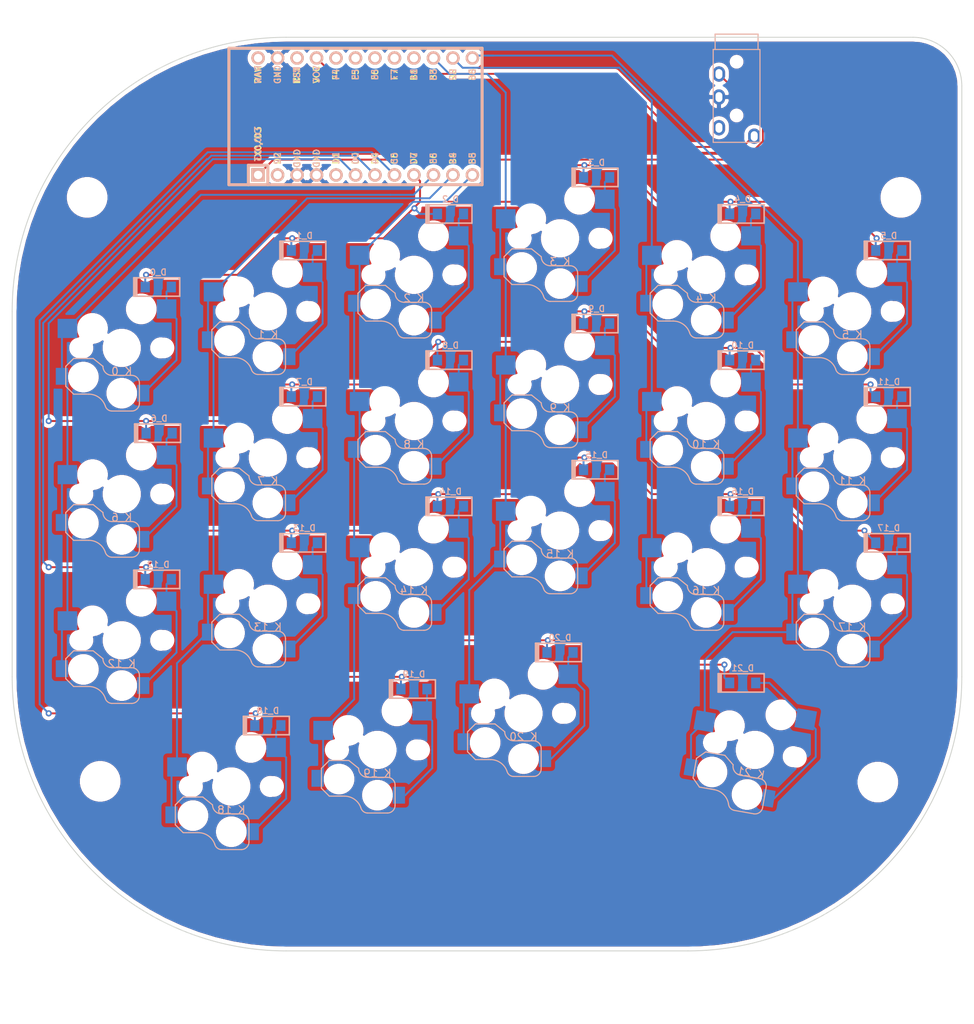
<source format=kicad_pcb>
(kicad_pcb (version 20171130) (host pcbnew 5.1.10-88a1d61d58~88~ubuntu18.04.1)
  (layers (0 F.Cu signal) (31 B.Cu signal) (34 B.Paste user) (35 F.Paste user) (36 B.SilkS user) (37 F.SilkS user) (38 B.Mask user) (39 F.Mask user) (44 Edge.Cuts user))
  (net 0 "")
  (net 1 GND)
  (net 2 "Net-(U1-Pad1)")
  (net 3 "Net-(U1-Pad2)")
  (net 4 "Net-(U1-Pad5)")
  (net 5 "Net-(U1-Pad16)")
  (net 6 "Net-(U1-Pad17)")
  (net 7 "Net-(U1-Pad18)")
  (net 8 "Net-(U1-Pad19)")
  (net 9 "Net-(U1-Pad20)")
  (net 10 "Net-(U1-Pad21)")
  (net 11 "Net-(U1-Pad22)")
  (net 12 "Net-(U1-Pad24)")
  (net 13 "Net-(D_0-Pad2)")
  (net 14 row0)
  (net 15 "Net-(D_1-Pad2)")
  (net 16 "Net-(D_2-Pad2)")
  (net 17 "Net-(D_3-Pad2)")
  (net 18 "Net-(D_4-Pad2)")
  (net 19 "Net-(D_5-Pad2)")
  (net 20 "Net-(D_6-Pad2)")
  (net 21 row1)
  (net 22 "Net-(D_7-Pad2)")
  (net 23 "Net-(D_8-Pad2)")
  (net 24 "Net-(D_9-Pad2)")
  (net 25 "Net-(D_10-Pad2)")
  (net 26 "Net-(D_11-Pad2)")
  (net 27 "Net-(D_12-Pad2)")
  (net 28 row2)
  (net 29 "Net-(D_13-Pad2)")
  (net 30 "Net-(D_14-Pad2)")
  (net 31 "Net-(D_15-Pad2)")
  (net 32 "Net-(D_16-Pad2)")
  (net 33 "Net-(D_17-Pad2)")
  (net 34 "Net-(D_18-Pad2)")
  (net 35 row3)
  (net 36 "Net-(D_19-Pad2)")
  (net 37 "Net-(D_20-Pad2)")
  (net 38 "Net-(D_21-Pad2)")
  (net 39 col0)
  (net 40 col1)
  (net 41 col2)
  (net 42 col3)
  (net 43 col4)
  (net 44 col5)
  (net 45 "Net-(U2-Pad2)")
  (module MountingHole:MountingHole_4.3mm_M4 (layer F.Cu) (at 44.7 -225.2)
    (fp_text reference REF** hide)
    (fp_text value MountingHole_4.3mm_M4)
    (pad 1 np_thru_hole circle (at 0 0) (size 4.3 4.3) (drill 4.3) (layers *.Cu *.Mask))
  )
  (module MountingHole:MountingHole_4.3mm_M4 (layer F.Cu) (at 150.8 -225.2)
    (fp_text reference REF** hide)
    (fp_text value MountingHole_4.3mm_M4)
    (pad 1 np_thru_hole circle (at 0 0) (size 4.3 4.3) (drill 4.3) (layers *.Cu *.Mask))
  )
  (module MountingHole:MountingHole_4.3mm_M4 (layer F.Cu) (at 147.8 -149)
    (fp_text reference REF** hide)
    (fp_text value MountingHole_4.3mm_M4)
    (pad 1 np_thru_hole circle (at 0 0) (size 4.3 4.3) (drill 4.3) (layers *.Cu *.Mask))
  )
  (module MountingHole:MountingHole_4.3mm_M4 (layer F.Cu) (at 46.4 -149.1)
    (fp_text reference REF** hide)
    (fp_text value MountingHole_4.3mm_M4)
    (pad 1 np_thru_hole circle (at 0 0) (size 4.3 4.3) (drill 4.3) (layers *.Cu *.Mask))
  )
  (module silkscreens:procyon_logo (layer F.Cu) (at 90.95 -139)
    (fp_text reference G*** hide)
    (fp_text value LOGO hide)
  )
  (module MX_Alps_Hybrid:MXOnly-2U-Hotswap (layer F.Cu) (at 131.7625 -153.19375 350)
    (fp_text reference K_21)
    (fp_text value KEYSW)
    (fp_text user %R (at 0 3.048 350) (layer B.SilkS) (effects (justify mirror)))
    (pad 2 smd rect (at 5.842 -5.08 350) (size 2.55 2.5) (layers B.Cu B.Paste B.Mask) (net 38 "Net-(D_21-Pad2)"))
    (pad 1 smd rect (at -7.085 -2.54 350) (size 2.55 2.5) (layers B.Cu B.Paste B.Mask) (net 44 col5))
    (pad "" np_thru_hole circle (at 5.08 0 38.0996) (size 1.75 1.75) (drill 1.75) (layers *.Cu *.Mask))
    (pad "" np_thru_hole circle (at -5.08 0 38.0996) (size 1.75 1.75) (drill 1.75) (layers *.Cu *.Mask))
    (pad "" np_thru_hole circle (at -3.81 -2.54 350) (size 3 3) (drill 3) (layers *.Cu *.Mask))
    (pad "" np_thru_hole circle (at 0 0 350) (size 3.9878 3.9878) (drill 3.9878) (layers *.Cu *.Mask))
    (pad "" np_thru_hole circle (at 2.54 -5.08 350) (size 3 3) (drill 3) (layers *.Cu *.Mask))
  )
  (module Keebio-Parts:D_SOD123 (layer B.Cu) (at 130.175 -161.925)
    (fp_text reference D_21 (at 0 -1.925) (layer B.SilkS) (effects (font (size 0.8 0.8)) (justify mirror)))
    (fp_text value D hide)
    (pad 1 smd rect (at -1.7 0) (size 1.2 1.4) (layers B.Cu B.Paste B.Mask) (net 35 row3))
    (pad 2 smd rect (at 1.7 0) (size 1.2 1.4) (layers B.Cu B.Paste B.Mask) (net 38 "Net-(D_21-Pad2)"))
  )
  (module Keebio-Parts:D_SOD123 (layer B.Cu) (at 106.3625 -165.89375)
    (fp_text reference D_20 (at 0 -1.925) (layer B.SilkS) (effects (font (size 0.8 0.8)) (justify mirror)))
    (fp_text value D hide)
    (pad 1 smd rect (at -1.7 0) (size 1.2 1.4) (layers B.Cu B.Paste B.Mask) (net 35 row3))
    (pad 2 smd rect (at 1.7 0) (size 1.2 1.4) (layers B.Cu B.Paste B.Mask) (net 37 "Net-(D_20-Pad2)"))
  )
  (module Keebio-Parts:D_SOD123 (layer B.Cu) (at 87.3125 -161.13125)
    (fp_text reference D_19 (at 0 -1.925) (layer B.SilkS) (effects (font (size 0.8 0.8)) (justify mirror)))
    (fp_text value D hide)
    (pad 1 smd rect (at -1.7 0) (size 1.2 1.4) (layers B.Cu B.Paste B.Mask) (net 35 row3))
    (pad 2 smd rect (at 1.7 0) (size 1.2 1.4) (layers B.Cu B.Paste B.Mask) (net 36 "Net-(D_19-Pad2)"))
  )
  (module Keebio-Parts:D_SOD123 (layer B.Cu) (at 68.2625 -156.36875)
    (fp_text reference D_18 (at 0 -1.925) (layer B.SilkS) (effects (font (size 0.8 0.8)) (justify mirror)))
    (fp_text value D hide)
    (pad 1 smd rect (at -1.7 0) (size 1.2 1.4) (layers B.Cu B.Paste B.Mask) (net 35 row3))
    (pad 2 smd rect (at 1.7 0) (size 1.2 1.4) (layers B.Cu B.Paste B.Mask) (net 34 "Net-(D_18-Pad2)"))
  )
  (module Keebio-Parts:D_SOD123 (layer B.Cu) (at 149.225 -180.18125)
    (fp_text reference D_17 (at 0 -1.925) (layer B.SilkS) (effects (font (size 0.8 0.8)) (justify mirror)))
    (fp_text value D hide)
    (pad 1 smd rect (at -1.7 0) (size 1.2 1.4) (layers B.Cu B.Paste B.Mask) (net 28 row2))
    (pad 2 smd rect (at 1.7 0) (size 1.2 1.4) (layers B.Cu B.Paste B.Mask) (net 33 "Net-(D_17-Pad2)"))
  )
  (module Keebio-Parts:D_SOD123 (layer B.Cu) (at 130.175 -184.94375)
    (fp_text reference D_16 (at 0 -1.925) (layer B.SilkS) (effects (font (size 0.8 0.8)) (justify mirror)))
    (fp_text value D hide)
    (pad 1 smd rect (at -1.7 0) (size 1.2 1.4) (layers B.Cu B.Paste B.Mask) (net 28 row2))
    (pad 2 smd rect (at 1.7 0) (size 1.2 1.4) (layers B.Cu B.Paste B.Mask) (net 32 "Net-(D_16-Pad2)"))
  )
  (module Keebio-Parts:D_SOD123 (layer B.Cu) (at 111.125 -189.70625)
    (fp_text reference D_15 (at 0 -1.925) (layer B.SilkS) (effects (font (size 0.8 0.8)) (justify mirror)))
    (fp_text value D hide)
    (pad 1 smd rect (at -1.7 0) (size 1.2 1.4) (layers B.Cu B.Paste B.Mask) (net 28 row2))
    (pad 2 smd rect (at 1.7 0) (size 1.2 1.4) (layers B.Cu B.Paste B.Mask) (net 31 "Net-(D_15-Pad2)"))
  )
  (module Keebio-Parts:D_SOD123 (layer B.Cu) (at 92.075 -184.94375)
    (fp_text reference D_14 (at 0 -1.925) (layer B.SilkS) (effects (font (size 0.8 0.8)) (justify mirror)))
    (fp_text value D hide)
    (pad 1 smd rect (at -1.7 0) (size 1.2 1.4) (layers B.Cu B.Paste B.Mask) (net 28 row2))
    (pad 2 smd rect (at 1.7 0) (size 1.2 1.4) (layers B.Cu B.Paste B.Mask) (net 30 "Net-(D_14-Pad2)"))
  )
  (module Keebio-Parts:D_SOD123 (layer B.Cu) (at 73.025 -180.18125)
    (fp_text reference D_13 (at 0 -1.925) (layer B.SilkS) (effects (font (size 0.8 0.8)) (justify mirror)))
    (fp_text value D hide)
    (pad 1 smd rect (at -1.7 0) (size 1.2 1.4) (layers B.Cu B.Paste B.Mask) (net 28 row2))
    (pad 2 smd rect (at 1.7 0) (size 1.2 1.4) (layers B.Cu B.Paste B.Mask) (net 29 "Net-(D_13-Pad2)"))
  )
  (module Keebio-Parts:D_SOD123 (layer B.Cu) (at 53.975 -175.41875)
    (fp_text reference D_12 (at 0 -1.925) (layer B.SilkS) (effects (font (size 0.8 0.8)) (justify mirror)))
    (fp_text value D hide)
    (pad 1 smd rect (at -1.7 0) (size 1.2 1.4) (layers B.Cu B.Paste B.Mask) (net 28 row2))
    (pad 2 smd rect (at 1.7 0) (size 1.2 1.4) (layers B.Cu B.Paste B.Mask) (net 27 "Net-(D_12-Pad2)"))
  )
  (module Keebio-Parts:D_SOD123 (layer B.Cu) (at 149.225 -199.23125)
    (fp_text reference D_11 (at 0 -1.925) (layer B.SilkS) (effects (font (size 0.8 0.8)) (justify mirror)))
    (fp_text value D hide)
    (pad 1 smd rect (at -1.7 0) (size 1.2 1.4) (layers B.Cu B.Paste B.Mask) (net 21 row1))
    (pad 2 smd rect (at 1.7 0) (size 1.2 1.4) (layers B.Cu B.Paste B.Mask) (net 26 "Net-(D_11-Pad2)"))
  )
  (module Keebio-Parts:D_SOD123 (layer B.Cu) (at 130.175 -203.99375)
    (fp_text reference D_10 (at 0 -1.925) (layer B.SilkS) (effects (font (size 0.8 0.8)) (justify mirror)))
    (fp_text value D hide)
    (pad 1 smd rect (at -1.7 0) (size 1.2 1.4) (layers B.Cu B.Paste B.Mask) (net 21 row1))
    (pad 2 smd rect (at 1.7 0) (size 1.2 1.4) (layers B.Cu B.Paste B.Mask) (net 25 "Net-(D_10-Pad2)"))
  )
  (module Keebio-Parts:D_SOD123 (layer B.Cu) (at 111.125 -208.75625)
    (fp_text reference D_9 (at 0 -1.925) (layer B.SilkS) (effects (font (size 0.8 0.8)) (justify mirror)))
    (fp_text value D hide)
    (pad 1 smd rect (at -1.7 0) (size 1.2 1.4) (layers B.Cu B.Paste B.Mask) (net 21 row1))
    (pad 2 smd rect (at 1.7 0) (size 1.2 1.4) (layers B.Cu B.Paste B.Mask) (net 24 "Net-(D_9-Pad2)"))
  )
  (module Keebio-Parts:D_SOD123 (layer B.Cu) (at 92.075 -203.99375)
    (fp_text reference D_8 (at 0 -1.925) (layer B.SilkS) (effects (font (size 0.8 0.8)) (justify mirror)))
    (fp_text value D hide)
    (pad 1 smd rect (at -1.7 0) (size 1.2 1.4) (layers B.Cu B.Paste B.Mask) (net 21 row1))
    (pad 2 smd rect (at 1.7 0) (size 1.2 1.4) (layers B.Cu B.Paste B.Mask) (net 23 "Net-(D_8-Pad2)"))
  )
  (module Keebio-Parts:D_SOD123 (layer B.Cu) (at 73.025 -199.23125)
    (fp_text reference D_7 (at 0 -1.925) (layer B.SilkS) (effects (font (size 0.8 0.8)) (justify mirror)))
    (fp_text value D hide)
    (pad 1 smd rect (at -1.7 0) (size 1.2 1.4) (layers B.Cu B.Paste B.Mask) (net 21 row1))
    (pad 2 smd rect (at 1.7 0) (size 1.2 1.4) (layers B.Cu B.Paste B.Mask) (net 22 "Net-(D_7-Pad2)"))
  )
  (module Keebio-Parts:D_SOD123 (layer B.Cu) (at 54.0875 -194.46875)
    (fp_text reference D_6 (at 0 -1.925) (layer B.SilkS) (effects (font (size 0.8 0.8)) (justify mirror)))
    (fp_text value D hide)
    (pad 1 smd rect (at -1.7 0) (size 1.2 1.4) (layers B.Cu B.Paste B.Mask) (net 21 row1))
    (pad 2 smd rect (at 1.7 0) (size 1.2 1.4) (layers B.Cu B.Paste B.Mask) (net 20 "Net-(D_6-Pad2)"))
  )
  (module Keebio-Parts:D_SOD123 (layer B.Cu) (at 149.225 -218.28125)
    (fp_text reference D_5 (at 0 -1.925) (layer B.SilkS) (effects (font (size 0.8 0.8)) (justify mirror)))
    (fp_text value D hide)
    (pad 1 smd rect (at -1.7 0) (size 1.2 1.4) (layers B.Cu B.Paste B.Mask) (net 14 row0))
    (pad 2 smd rect (at 1.7 0) (size 1.2 1.4) (layers B.Cu B.Paste B.Mask) (net 19 "Net-(D_5-Pad2)"))
  )
  (module Keebio-Parts:D_SOD123 (layer B.Cu) (at 130.175 -223.04375)
    (fp_text reference D_4 (at 0 -1.925) (layer B.SilkS) (effects (font (size 0.8 0.8)) (justify mirror)))
    (fp_text value D hide)
    (pad 1 smd rect (at -1.7 0) (size 1.2 1.4) (layers B.Cu B.Paste B.Mask) (net 14 row0))
    (pad 2 smd rect (at 1.7 0) (size 1.2 1.4) (layers B.Cu B.Paste B.Mask) (net 18 "Net-(D_4-Pad2)"))
  )
  (module Keebio-Parts:D_SOD123 (layer B.Cu) (at 111.125 -227.80625)
    (fp_text reference D_3 (at 0 -1.925) (layer B.SilkS) (effects (font (size 0.8 0.8)) (justify mirror)))
    (fp_text value D hide)
    (pad 1 smd rect (at -1.7 0) (size 1.2 1.4) (layers B.Cu B.Paste B.Mask) (net 14 row0))
    (pad 2 smd rect (at 1.7 0) (size 1.2 1.4) (layers B.Cu B.Paste B.Mask) (net 17 "Net-(D_3-Pad2)"))
  )
  (module Keebio-Parts:D_SOD123 (layer B.Cu) (at 92.075 -223.04375)
    (fp_text reference D_2 (at 0 -1.925) (layer B.SilkS) (effects (font (size 0.8 0.8)) (justify mirror)))
    (fp_text value D hide)
    (pad 1 smd rect (at -1.7 0) (size 1.2 1.4) (layers B.Cu B.Paste B.Mask) (net 14 row0))
    (pad 2 smd rect (at 1.7 0) (size 1.2 1.4) (layers B.Cu B.Paste B.Mask) (net 16 "Net-(D_2-Pad2)"))
  )
  (module Keebio-Parts:D_SOD123 (layer B.Cu) (at 73.025 -218.28125)
    (fp_text reference D_1 (at 0 -1.925) (layer B.SilkS) (effects (font (size 0.8 0.8)) (justify mirror)))
    (fp_text value D hide)
    (pad 1 smd rect (at -1.7 0) (size 1.2 1.4) (layers B.Cu B.Paste B.Mask) (net 14 row0))
    (pad 2 smd rect (at 1.7 0) (size 1.2 1.4) (layers B.Cu B.Paste B.Mask) (net 15 "Net-(D_1-Pad2)"))
  )
  (module Keebio-Parts:D_SOD123 (layer B.Cu) (at 53.975 -213.51875)
    (fp_text reference D_0 (at 0 -1.925) (layer B.SilkS) (effects (font (size 0.8 0.8)) (justify mirror)))
    (fp_text value D hide)
    (pad 1 smd rect (at -1.7 0) (size 1.2 1.4) (layers B.Cu B.Paste B.Mask) (net 14 row0))
    (pad 2 smd rect (at 1.7 0) (size 1.2 1.4) (layers B.Cu B.Paste B.Mask) (net 13 "Net-(D_0-Pad2)"))
  )
  (module mbk:Choc-1u (layer F.Cu) (at 131.7625 -153.19375 350)
    (fp_text reference 1u)
    (fp_text value " " hide)
    (pad "" np_thru_hole circle (at -5.5 0 170) (size 1.7 1.7) (drill 1.7) (layers *.Cu *.Mask))
    (pad "" np_thru_hole circle (at 5.5 0 170) (size 1.7 1.7) (drill 1.7) (layers *.Cu *.Mask))
    (pad "" np_thru_hole circle (at 0 0 80) (size 3.4 3.4) (drill 3.4) (layers *.Cu *.Mask))
    (pad 2 smd rect (at 2.8 5.9 170) (size 1.6 2.2) (layers B.Cu B.Paste B.Mask) (net 38 "Net-(D_21-Pad2)"))
    (pad "" np_thru_hole circle (at -5 3.8 80) (size 3 3) (drill 3) (layers *.Cu *.Mask))
    (pad "" np_thru_hole circle (at 0 5.9 80) (size 3 3) (drill 3) (layers *.Cu *.Mask))
    (pad 1 smd rect (at -7.8 3.7 170) (size 1.6 2.2) (layers B.Cu B.Paste B.Mask) (net 44 col5))
  )
  (module mbk:Choc-1u (layer F.Cu) (at 101.6 -157.95625)
    (fp_text reference 1u)
    (fp_text value " " hide)
    (pad 1 smd rect (at -7.8 3.7 180) (size 1.6 2.2) (layers B.Cu B.Paste B.Mask) (net 42 col3))
    (pad "" np_thru_hole circle (at 0 5.9 90) (size 3 3) (drill 3) (layers *.Cu *.Mask))
    (pad "" np_thru_hole circle (at -5 3.8 90) (size 3 3) (drill 3) (layers *.Cu *.Mask))
    (pad 2 smd rect (at 2.8 5.9 180) (size 1.6 2.2) (layers B.Cu B.Paste B.Mask) (net 37 "Net-(D_20-Pad2)"))
    (pad "" np_thru_hole circle (at 0 0 90) (size 3.4 3.4) (drill 3.4) (layers *.Cu *.Mask))
    (pad "" np_thru_hole circle (at 5.5 0 180) (size 1.7 1.7) (drill 1.7) (layers *.Cu *.Mask))
    (pad "" np_thru_hole circle (at -5.5 0 180) (size 1.7 1.7) (drill 1.7) (layers *.Cu *.Mask))
  )
  (module mbk:Choc-1u (layer F.Cu) (at 82.55 -153.19375)
    (fp_text reference 1u)
    (fp_text value " " hide)
    (pad "" np_thru_hole circle (at -5.5 0 180) (size 1.7 1.7) (drill 1.7) (layers *.Cu *.Mask))
    (pad "" np_thru_hole circle (at 5.5 0 180) (size 1.7 1.7) (drill 1.7) (layers *.Cu *.Mask))
    (pad "" np_thru_hole circle (at 0 0 90) (size 3.4 3.4) (drill 3.4) (layers *.Cu *.Mask))
    (pad 2 smd rect (at 2.8 5.9 180) (size 1.6 2.2) (layers B.Cu B.Paste B.Mask) (net 36 "Net-(D_19-Pad2)"))
    (pad "" np_thru_hole circle (at -5 3.8 90) (size 3 3) (drill 3) (layers *.Cu *.Mask))
    (pad "" np_thru_hole circle (at 0 5.9 90) (size 3 3) (drill 3) (layers *.Cu *.Mask))
    (pad 1 smd rect (at -7.8 3.7 180) (size 1.6 2.2) (layers B.Cu B.Paste B.Mask) (net 41 col2))
  )
  (module mbk:Choc-1u (layer F.Cu) (at 63.5 -148.43125)
    (fp_text reference 1u)
    (fp_text value " " hide)
    (pad 1 smd rect (at -7.8 3.7 180) (size 1.6 2.2) (layers B.Cu B.Paste B.Mask) (net 40 col1))
    (pad "" np_thru_hole circle (at 0 5.9 90) (size 3 3) (drill 3) (layers *.Cu *.Mask))
    (pad "" np_thru_hole circle (at -5 3.8 90) (size 3 3) (drill 3) (layers *.Cu *.Mask))
    (pad 2 smd rect (at 2.8 5.9 180) (size 1.6 2.2) (layers B.Cu B.Paste B.Mask) (net 34 "Net-(D_18-Pad2)"))
    (pad "" np_thru_hole circle (at 0 0 90) (size 3.4 3.4) (drill 3.4) (layers *.Cu *.Mask))
    (pad "" np_thru_hole circle (at 5.5 0 180) (size 1.7 1.7) (drill 1.7) (layers *.Cu *.Mask))
    (pad "" np_thru_hole circle (at -5.5 0 180) (size 1.7 1.7) (drill 1.7) (layers *.Cu *.Mask))
  )
  (module mbk:Choc-1u (layer F.Cu) (at 49.2125 -167.48125)
    (fp_text reference 1u)
    (fp_text value " " hide)
    (pad "" np_thru_hole circle (at -5.5 0 180) (size 1.7 1.7) (drill 1.7) (layers *.Cu *.Mask))
    (pad "" np_thru_hole circle (at 5.5 0 180) (size 1.7 1.7) (drill 1.7) (layers *.Cu *.Mask))
    (pad "" np_thru_hole circle (at 0 0 90) (size 3.4 3.4) (drill 3.4) (layers *.Cu *.Mask))
    (pad 2 smd rect (at 2.8 5.9 180) (size 1.6 2.2) (layers B.Cu B.Paste B.Mask) (net 27 "Net-(D_12-Pad2)"))
    (pad "" np_thru_hole circle (at -5 3.8 90) (size 3 3) (drill 3) (layers *.Cu *.Mask))
    (pad "" np_thru_hole circle (at 0 5.9 90) (size 3 3) (drill 3) (layers *.Cu *.Mask))
    (pad 1 smd rect (at -7.8 3.7 180) (size 1.6 2.2) (layers B.Cu B.Paste B.Mask) (net 39 col0))
  )
  (module mbk:Choc-1u (layer F.Cu) (at 68.2625 -172.24375)
    (fp_text reference 1u)
    (fp_text value " " hide)
    (pad 1 smd rect (at -7.8 3.7 180) (size 1.6 2.2) (layers B.Cu B.Paste B.Mask) (net 40 col1))
    (pad "" np_thru_hole circle (at 0 5.9 90) (size 3 3) (drill 3) (layers *.Cu *.Mask))
    (pad "" np_thru_hole circle (at -5 3.8 90) (size 3 3) (drill 3) (layers *.Cu *.Mask))
    (pad 2 smd rect (at 2.8 5.9 180) (size 1.6 2.2) (layers B.Cu B.Paste B.Mask) (net 29 "Net-(D_13-Pad2)"))
    (pad "" np_thru_hole circle (at 0 0 90) (size 3.4 3.4) (drill 3.4) (layers *.Cu *.Mask))
    (pad "" np_thru_hole circle (at 5.5 0 180) (size 1.7 1.7) (drill 1.7) (layers *.Cu *.Mask))
    (pad "" np_thru_hole circle (at -5.5 0 180) (size 1.7 1.7) (drill 1.7) (layers *.Cu *.Mask))
  )
  (module mbk:Choc-1u (layer F.Cu) (at 87.3125 -177.00625)
    (fp_text reference 1u)
    (fp_text value " " hide)
    (pad "" np_thru_hole circle (at -5.5 0 180) (size 1.7 1.7) (drill 1.7) (layers *.Cu *.Mask))
    (pad "" np_thru_hole circle (at 5.5 0 180) (size 1.7 1.7) (drill 1.7) (layers *.Cu *.Mask))
    (pad "" np_thru_hole circle (at 0 0 90) (size 3.4 3.4) (drill 3.4) (layers *.Cu *.Mask))
    (pad 2 smd rect (at 2.8 5.9 180) (size 1.6 2.2) (layers B.Cu B.Paste B.Mask) (net 30 "Net-(D_14-Pad2)"))
    (pad "" np_thru_hole circle (at -5 3.8 90) (size 3 3) (drill 3) (layers *.Cu *.Mask))
    (pad "" np_thru_hole circle (at 0 5.9 90) (size 3 3) (drill 3) (layers *.Cu *.Mask))
    (pad 1 smd rect (at -7.8 3.7 180) (size 1.6 2.2) (layers B.Cu B.Paste B.Mask) (net 41 col2))
  )
  (module mbk:Choc-1u (layer F.Cu) (at 106.3625 -181.76875)
    (fp_text reference 1u)
    (fp_text value " " hide)
    (pad 1 smd rect (at -7.8 3.7 180) (size 1.6 2.2) (layers B.Cu B.Paste B.Mask) (net 42 col3))
    (pad "" np_thru_hole circle (at 0 5.9 90) (size 3 3) (drill 3) (layers *.Cu *.Mask))
    (pad "" np_thru_hole circle (at -5 3.8 90) (size 3 3) (drill 3) (layers *.Cu *.Mask))
    (pad 2 smd rect (at 2.8 5.9 180) (size 1.6 2.2) (layers B.Cu B.Paste B.Mask) (net 31 "Net-(D_15-Pad2)"))
    (pad "" np_thru_hole circle (at 0 0 90) (size 3.4 3.4) (drill 3.4) (layers *.Cu *.Mask))
    (pad "" np_thru_hole circle (at 5.5 0 180) (size 1.7 1.7) (drill 1.7) (layers *.Cu *.Mask))
    (pad "" np_thru_hole circle (at -5.5 0 180) (size 1.7 1.7) (drill 1.7) (layers *.Cu *.Mask))
  )
  (module mbk:Choc-1u (layer F.Cu) (at 125.4125 -177.00625)
    (fp_text reference 1u)
    (fp_text value " " hide)
    (pad "" np_thru_hole circle (at -5.5 0 180) (size 1.7 1.7) (drill 1.7) (layers *.Cu *.Mask))
    (pad "" np_thru_hole circle (at 5.5 0 180) (size 1.7 1.7) (drill 1.7) (layers *.Cu *.Mask))
    (pad "" np_thru_hole circle (at 0 0 90) (size 3.4 3.4) (drill 3.4) (layers *.Cu *.Mask))
    (pad 2 smd rect (at 2.8 5.9 180) (size 1.6 2.2) (layers B.Cu B.Paste B.Mask) (net 32 "Net-(D_16-Pad2)"))
    (pad "" np_thru_hole circle (at -5 3.8 90) (size 3 3) (drill 3) (layers *.Cu *.Mask))
    (pad "" np_thru_hole circle (at 0 5.9 90) (size 3 3) (drill 3) (layers *.Cu *.Mask))
    (pad 1 smd rect (at -7.8 3.7 180) (size 1.6 2.2) (layers B.Cu B.Paste B.Mask) (net 43 col4))
  )
  (module mbk:Choc-1u (layer F.Cu) (at 144.4625 -172.24375)
    (fp_text reference 1u)
    (fp_text value " " hide)
    (pad 1 smd rect (at -7.8 3.7 180) (size 1.6 2.2) (layers B.Cu B.Paste B.Mask) (net 44 col5))
    (pad "" np_thru_hole circle (at 0 5.9 90) (size 3 3) (drill 3) (layers *.Cu *.Mask))
    (pad "" np_thru_hole circle (at -5 3.8 90) (size 3 3) (drill 3) (layers *.Cu *.Mask))
    (pad 2 smd rect (at 2.8 5.9 180) (size 1.6 2.2) (layers B.Cu B.Paste B.Mask) (net 33 "Net-(D_17-Pad2)"))
    (pad "" np_thru_hole circle (at 0 0 90) (size 3.4 3.4) (drill 3.4) (layers *.Cu *.Mask))
    (pad "" np_thru_hole circle (at 5.5 0 180) (size 1.7 1.7) (drill 1.7) (layers *.Cu *.Mask))
    (pad "" np_thru_hole circle (at -5.5 0 180) (size 1.7 1.7) (drill 1.7) (layers *.Cu *.Mask))
  )
  (module mbk:Choc-1u (layer F.Cu) (at 144.4625 -191.29375)
    (fp_text reference 1u)
    (fp_text value " " hide)
    (pad "" np_thru_hole circle (at -5.5 0 180) (size 1.7 1.7) (drill 1.7) (layers *.Cu *.Mask))
    (pad "" np_thru_hole circle (at 5.5 0 180) (size 1.7 1.7) (drill 1.7) (layers *.Cu *.Mask))
    (pad "" np_thru_hole circle (at 0 0 90) (size 3.4 3.4) (drill 3.4) (layers *.Cu *.Mask))
    (pad 2 smd rect (at 2.8 5.9 180) (size 1.6 2.2) (layers B.Cu B.Paste B.Mask) (net 26 "Net-(D_11-Pad2)"))
    (pad "" np_thru_hole circle (at -5 3.8 90) (size 3 3) (drill 3) (layers *.Cu *.Mask))
    (pad "" np_thru_hole circle (at 0 5.9 90) (size 3 3) (drill 3) (layers *.Cu *.Mask))
    (pad 1 smd rect (at -7.8 3.7 180) (size 1.6 2.2) (layers B.Cu B.Paste B.Mask) (net 44 col5))
  )
  (module mbk:Choc-1u (layer F.Cu) (at 125.4125 -196.05625)
    (fp_text reference 1u)
    (fp_text value " " hide)
    (pad 1 smd rect (at -7.8 3.7 180) (size 1.6 2.2) (layers B.Cu B.Paste B.Mask) (net 43 col4))
    (pad "" np_thru_hole circle (at 0 5.9 90) (size 3 3) (drill 3) (layers *.Cu *.Mask))
    (pad "" np_thru_hole circle (at -5 3.8 90) (size 3 3) (drill 3) (layers *.Cu *.Mask))
    (pad 2 smd rect (at 2.8 5.9 180) (size 1.6 2.2) (layers B.Cu B.Paste B.Mask) (net 25 "Net-(D_10-Pad2)"))
    (pad "" np_thru_hole circle (at 0 0 90) (size 3.4 3.4) (drill 3.4) (layers *.Cu *.Mask))
    (pad "" np_thru_hole circle (at 5.5 0 180) (size 1.7 1.7) (drill 1.7) (layers *.Cu *.Mask))
    (pad "" np_thru_hole circle (at -5.5 0 180) (size 1.7 1.7) (drill 1.7) (layers *.Cu *.Mask))
  )
  (module mbk:Choc-1u (layer F.Cu) (at 106.3625 -200.81875)
    (fp_text reference 1u)
    (fp_text value " " hide)
    (pad "" np_thru_hole circle (at -5.5 0 180) (size 1.7 1.7) (drill 1.7) (layers *.Cu *.Mask))
    (pad "" np_thru_hole circle (at 5.5 0 180) (size 1.7 1.7) (drill 1.7) (layers *.Cu *.Mask))
    (pad "" np_thru_hole circle (at 0 0 90) (size 3.4 3.4) (drill 3.4) (layers *.Cu *.Mask))
    (pad 2 smd rect (at 2.8 5.9 180) (size 1.6 2.2) (layers B.Cu B.Paste B.Mask) (net 24 "Net-(D_9-Pad2)"))
    (pad "" np_thru_hole circle (at -5 3.8 90) (size 3 3) (drill 3) (layers *.Cu *.Mask))
    (pad "" np_thru_hole circle (at 0 5.9 90) (size 3 3) (drill 3) (layers *.Cu *.Mask))
    (pad 1 smd rect (at -7.8 3.7 180) (size 1.6 2.2) (layers B.Cu B.Paste B.Mask) (net 42 col3))
  )
  (module mbk:Choc-1u (layer F.Cu) (at 87.3125 -196.05625)
    (fp_text reference 1u)
    (fp_text value " " hide)
    (pad 1 smd rect (at -7.8 3.7 180) (size 1.6 2.2) (layers B.Cu B.Paste B.Mask) (net 41 col2))
    (pad "" np_thru_hole circle (at 0 5.9 90) (size 3 3) (drill 3) (layers *.Cu *.Mask))
    (pad "" np_thru_hole circle (at -5 3.8 90) (size 3 3) (drill 3) (layers *.Cu *.Mask))
    (pad 2 smd rect (at 2.8 5.9 180) (size 1.6 2.2) (layers B.Cu B.Paste B.Mask) (net 23 "Net-(D_8-Pad2)"))
    (pad "" np_thru_hole circle (at 0 0 90) (size 3.4 3.4) (drill 3.4) (layers *.Cu *.Mask))
    (pad "" np_thru_hole circle (at 5.5 0 180) (size 1.7 1.7) (drill 1.7) (layers *.Cu *.Mask))
    (pad "" np_thru_hole circle (at -5.5 0 180) (size 1.7 1.7) (drill 1.7) (layers *.Cu *.Mask))
  )
  (module mbk:Choc-1u (layer F.Cu) (at 68.2625 -191.29375)
    (fp_text reference 1u)
    (fp_text value " " hide)
    (pad "" np_thru_hole circle (at -5.5 0 180) (size 1.7 1.7) (drill 1.7) (layers *.Cu *.Mask))
    (pad "" np_thru_hole circle (at 5.5 0 180) (size 1.7 1.7) (drill 1.7) (layers *.Cu *.Mask))
    (pad "" np_thru_hole circle (at 0 0 90) (size 3.4 3.4) (drill 3.4) (layers *.Cu *.Mask))
    (pad 2 smd rect (at 2.8 5.9 180) (size 1.6 2.2) (layers B.Cu B.Paste B.Mask) (net 22 "Net-(D_7-Pad2)"))
    (pad "" np_thru_hole circle (at -5 3.8 90) (size 3 3) (drill 3) (layers *.Cu *.Mask))
    (pad "" np_thru_hole circle (at 0 5.9 90) (size 3 3) (drill 3) (layers *.Cu *.Mask))
    (pad 1 smd rect (at -7.8 3.7 180) (size 1.6 2.2) (layers B.Cu B.Paste B.Mask) (net 40 col1))
  )
  (module mbk:Choc-1u (layer F.Cu) (at 49.2125 -186.53125)
    (fp_text reference 1u)
    (fp_text value " " hide)
    (pad 1 smd rect (at -7.8 3.7 180) (size 1.6 2.2) (layers B.Cu B.Paste B.Mask) (net 39 col0))
    (pad "" np_thru_hole circle (at 0 5.9 90) (size 3 3) (drill 3) (layers *.Cu *.Mask))
    (pad "" np_thru_hole circle (at -5 3.8 90) (size 3 3) (drill 3) (layers *.Cu *.Mask))
    (pad 2 smd rect (at 2.8 5.9 180) (size 1.6 2.2) (layers B.Cu B.Paste B.Mask) (net 20 "Net-(D_6-Pad2)"))
    (pad "" np_thru_hole circle (at 0 0 90) (size 3.4 3.4) (drill 3.4) (layers *.Cu *.Mask))
    (pad "" np_thru_hole circle (at 5.5 0 180) (size 1.7 1.7) (drill 1.7) (layers *.Cu *.Mask))
    (pad "" np_thru_hole circle (at -5.5 0 180) (size 1.7 1.7) (drill 1.7) (layers *.Cu *.Mask))
  )
  (module mbk:Choc-1u (layer F.Cu) (at 49.2125 -205.58125)
    (fp_text reference 1u)
    (fp_text value " " hide)
    (pad "" np_thru_hole circle (at -5.5 0 180) (size 1.7 1.7) (drill 1.7) (layers *.Cu *.Mask))
    (pad "" np_thru_hole circle (at 5.5 0 180) (size 1.7 1.7) (drill 1.7) (layers *.Cu *.Mask))
    (pad "" np_thru_hole circle (at 0 0 90) (size 3.4 3.4) (drill 3.4) (layers *.Cu *.Mask))
    (pad 2 smd rect (at 2.8 5.9 180) (size 1.6 2.2) (layers B.Cu B.Paste B.Mask) (net 13 "Net-(D_0-Pad2)"))
    (pad "" np_thru_hole circle (at -5 3.8 90) (size 3 3) (drill 3) (layers *.Cu *.Mask))
    (pad "" np_thru_hole circle (at 0 5.9 90) (size 3 3) (drill 3) (layers *.Cu *.Mask))
    (pad 1 smd rect (at -7.8 3.7 180) (size 1.6 2.2) (layers B.Cu B.Paste B.Mask) (net 39 col0))
  )
  (module mbk:Choc-1u (layer F.Cu) (at 68.2625 -210.34375)
    (fp_text reference 1u)
    (fp_text value " " hide)
    (pad 1 smd rect (at -7.8 3.7 180) (size 1.6 2.2) (layers B.Cu B.Paste B.Mask) (net 40 col1))
    (pad "" np_thru_hole circle (at 0 5.9 90) (size 3 3) (drill 3) (layers *.Cu *.Mask))
    (pad "" np_thru_hole circle (at -5 3.8 90) (size 3 3) (drill 3) (layers *.Cu *.Mask))
    (pad 2 smd rect (at 2.8 5.9 180) (size 1.6 2.2) (layers B.Cu B.Paste B.Mask) (net 15 "Net-(D_1-Pad2)"))
    (pad "" np_thru_hole circle (at 0 0 90) (size 3.4 3.4) (drill 3.4) (layers *.Cu *.Mask))
    (pad "" np_thru_hole circle (at 5.5 0 180) (size 1.7 1.7) (drill 1.7) (layers *.Cu *.Mask))
    (pad "" np_thru_hole circle (at -5.5 0 180) (size 1.7 1.7) (drill 1.7) (layers *.Cu *.Mask))
  )
  (module mbk:Choc-1u (layer F.Cu) (at 87.3125 -215.10625)
    (fp_text reference 1u)
    (fp_text value " " hide)
    (pad "" np_thru_hole circle (at -5.5 0 180) (size 1.7 1.7) (drill 1.7) (layers *.Cu *.Mask))
    (pad "" np_thru_hole circle (at 5.5 0 180) (size 1.7 1.7) (drill 1.7) (layers *.Cu *.Mask))
    (pad "" np_thru_hole circle (at 0 0 90) (size 3.4 3.4) (drill 3.4) (layers *.Cu *.Mask))
    (pad 2 smd rect (at 2.8 5.9 180) (size 1.6 2.2) (layers B.Cu B.Paste B.Mask) (net 16 "Net-(D_2-Pad2)"))
    (pad "" np_thru_hole circle (at -5 3.8 90) (size 3 3) (drill 3) (layers *.Cu *.Mask))
    (pad "" np_thru_hole circle (at 0 5.9 90) (size 3 3) (drill 3) (layers *.Cu *.Mask))
    (pad 1 smd rect (at -7.8 3.7 180) (size 1.6 2.2) (layers B.Cu B.Paste B.Mask) (net 41 col2))
  )
  (module mbk:Choc-1u (layer F.Cu) (at 106.3625 -219.86875)
    (fp_text reference 1u)
    (fp_text value " " hide)
    (pad 1 smd rect (at -7.8 3.7 180) (size 1.6 2.2) (layers B.Cu B.Paste B.Mask) (net 42 col3))
    (pad "" np_thru_hole circle (at 0 5.9 90) (size 3 3) (drill 3) (layers *.Cu *.Mask))
    (pad "" np_thru_hole circle (at -5 3.8 90) (size 3 3) (drill 3) (layers *.Cu *.Mask))
    (pad 2 smd rect (at 2.8 5.9 180) (size 1.6 2.2) (layers B.Cu B.Paste B.Mask) (net 17 "Net-(D_3-Pad2)"))
    (pad "" np_thru_hole circle (at 0 0 90) (size 3.4 3.4) (drill 3.4) (layers *.Cu *.Mask))
    (pad "" np_thru_hole circle (at 5.5 0 180) (size 1.7 1.7) (drill 1.7) (layers *.Cu *.Mask))
    (pad "" np_thru_hole circle (at -5.5 0 180) (size 1.7 1.7) (drill 1.7) (layers *.Cu *.Mask))
  )
  (module mbk:Choc-1u (layer F.Cu) (at 125.4125 -215.10625)
    (fp_text reference 1u)
    (fp_text value " " hide)
    (pad "" np_thru_hole circle (at -5.5 0 180) (size 1.7 1.7) (drill 1.7) (layers *.Cu *.Mask))
    (pad "" np_thru_hole circle (at 5.5 0 180) (size 1.7 1.7) (drill 1.7) (layers *.Cu *.Mask))
    (pad "" np_thru_hole circle (at 0 0 90) (size 3.4 3.4) (drill 3.4) (layers *.Cu *.Mask))
    (pad 2 smd rect (at 2.8 5.9 180) (size 1.6 2.2) (layers B.Cu B.Paste B.Mask) (net 18 "Net-(D_4-Pad2)"))
    (pad "" np_thru_hole circle (at -5 3.8 90) (size 3 3) (drill 3) (layers *.Cu *.Mask))
    (pad "" np_thru_hole circle (at 0 5.9 90) (size 3 3) (drill 3) (layers *.Cu *.Mask))
    (pad 1 smd rect (at -7.8 3.7 180) (size 1.6 2.2) (layers B.Cu B.Paste B.Mask) (net 43 col4))
  )
  (module mbk:Choc-1u (layer F.Cu) (at 144.4625 -210.34375)
    (fp_text reference 1u)
    (fp_text value " " hide)
    (pad "" np_thru_hole circle (at -5.5 0 180) (size 1.7 1.7) (drill 1.7) (layers *.Cu *.Mask))
    (pad "" np_thru_hole circle (at 5.5 0 180) (size 1.7 1.7) (drill 1.7) (layers *.Cu *.Mask))
    (pad "" np_thru_hole circle (at 0 0 90) (size 3.4 3.4) (drill 3.4) (layers *.Cu *.Mask))
    (pad 2 smd rect (at 2.8 5.9 180) (size 1.6 2.2) (layers B.Cu B.Paste B.Mask) (net 19 "Net-(D_5-Pad2)"))
    (pad "" np_thru_hole circle (at -5 3.8 90) (size 3 3) (drill 3) (layers *.Cu *.Mask))
    (pad "" np_thru_hole circle (at 0 5.9 90) (size 3 3) (drill 3) (layers *.Cu *.Mask))
    (pad 1 smd rect (at -7.8 3.7 180) (size 1.6 2.2) (layers B.Cu B.Paste B.Mask) (net 44 col5))
  )
  (module Keebio-Parts:TRRS-PJ-320A (layer B.Cu) (at 129.38125 -244.475 180)
    (fp_text reference U2)
    (fp_text value TRRS)
    (pad 3 thru_hole oval (at 2.3 -6.2 180) (size 1.6 2) (drill oval 0.9 1.3) (layers *.Cu *.Mask) (net 1 GND))
    (pad "" np_thru_hole circle (at 0 -1.6 180) (size 0.8 0.8) (drill 0.8) (layers *.Cu *.Mask))
    (pad "" np_thru_hole circle (at 0 -8.6 180) (size 0.8 0.8) (drill 0.8) (layers *.Cu *.Mask))
    (pad 4 thru_hole oval (at 2.3 -3.2 180) (size 1.6 2) (drill oval 0.9 1.3) (layers *.Cu *.Mask) (net 2 "Net-(U1-Pad1)"))
    (pad 2 thru_hole oval (at 2.3 -10.2 180) (size 1.6 2) (drill oval 0.9 1.3) (layers *.Cu *.Mask) (net 45 "Net-(U2-Pad2)"))
    (pad 1 thru_hole oval (at -2.3 -11.3 180) (size 1.6 2) (drill oval 0.9 1.3) (layers *.Cu *.Mask) (net 10 "Net-(U1-Pad21)"))
  )
  (module Keebio-Parts:ArduinoProMicro (layer F.Cu) (at 80.9625 -235.74375)
    (fp_text reference U1 hide)
    (fp_text value ProMicro hide)
    (fp_text user ST (at -8.91 -5.04 90) (layer B.SilkS) (effects (font (size 0.8 0.8)) (justify mirror)))
    (fp_text user TX0/D3 (at -13.97 3.571872 90) (layer F.SilkS) (effects (font (size 0.8 0.8))))
    (fp_text user TX0/D3 (at -13.97 3.571872 90) (layer B.SilkS) (effects (font (size 0.8 0.8)) (justify mirror)))
    (fp_text user D2 (at -11.43 5.461 90) (layer F.SilkS) (effects (font (size 0.8 0.8))))
    (fp_text user D0 (at -1.27 5.461 90) (layer F.SilkS) (effects (font (size 0.8 0.8))))
    (fp_text user D1 (at -3.81 5.461 90) (layer F.SilkS) (effects (font (size 0.8 0.8))))
    (fp_text user GND (at -6.35 5.461 90) (layer F.SilkS) (effects (font (size 0.8 0.8))))
    (fp_text user GND (at -8.89 5.461 90) (layer F.SilkS) (effects (font (size 0.8 0.8))))
    (fp_text user D4 (at 1.27 5.461 90) (layer F.SilkS) (effects (font (size 0.8 0.8))))
    (fp_text user C6 (at 3.81 5.461 90) (layer F.SilkS) (effects (font (size 0.8 0.8))))
    (fp_text user D7 (at 6.35 5.461 90) (layer F.SilkS) (effects (font (size 0.8 0.8))))
    (fp_text user E6 (at 8.89 5.461 90) (layer F.SilkS) (effects (font (size 0.8 0.8))))
    (fp_text user B4 (at 11.43 5.461 90) (layer F.SilkS) (effects (font (size 0.8 0.8))))
    (fp_text user B5 (at 13.97 5.461 90) (layer F.SilkS) (effects (font (size 0.8 0.8))))
    (fp_text user B6 (at 13.97 -5.461 90) (layer F.SilkS) (effects (font (size 0.8 0.8))))
    (fp_text user B2 (at 11.43 -5.461 90) (layer B.SilkS) (effects (font (size 0.8 0.8)) (justify mirror)))
    (fp_text user B3 (at 8.89 -5.461 90) (layer F.SilkS) (effects (font (size 0.8 0.8))))
    (fp_text user B1 (at 6.35 -5.461 90) (layer F.SilkS) (effects (font (size 0.8 0.8))))
    (fp_text user F7 (at 3.81 -5.461 90) (layer B.SilkS) (effects (font (size 0.8 0.8)) (justify mirror)))
    (fp_text user F6 (at 1.27 -5.461 90) (layer B.SilkS) (effects (font (size 0.8 0.8)) (justify mirror)))
    (fp_text user F5 (at -1.27 -5.461 90) (layer B.SilkS) (effects (font (size 0.8 0.8)) (justify mirror)))
    (fp_text user F4 (at -3.81 -5.461 90) (layer F.SilkS) (effects (font (size 0.8 0.8))))
    (fp_text user VCC (at -6.35 -5.461 90) (layer F.SilkS) (effects (font (size 0.8 0.8))))
    (fp_text user ST (at -8.92 -5.73312 90) (layer F.SilkS) (effects (font (size 0.8 0.8))))
    (fp_text user GND (at -11.43 -5.461 90) (layer F.SilkS) (effects (font (size 0.8 0.8))))
    (fp_text user RAW (at -13.97 -5.461 90) (layer F.SilkS) (effects (font (size 0.8 0.8))))
    (fp_text user RAW (at -13.97 -5.461 90) (layer B.SilkS) (effects (font (size 0.8 0.8)) (justify mirror)))
    (fp_text user GND (at -11.43 -5.461 90) (layer B.SilkS) (effects (font (size 0.8 0.8)) (justify mirror)))
    (fp_text user VCC (at -6.35 -5.461 90) (layer B.SilkS) (effects (font (size 0.8 0.8)) (justify mirror)))
    (fp_text user F4 (at -3.81 -5.461 90) (layer B.SilkS) (effects (font (size 0.8 0.8)) (justify mirror)))
    (fp_text user F5 (at -1.27 -5.461 90) (layer F.SilkS) (effects (font (size 0.8 0.8))))
    (fp_text user F6 (at 1.27 -5.461 90) (layer F.SilkS) (effects (font (size 0.8 0.8))))
    (fp_text user F7 (at 3.81 -5.461 90) (layer F.SilkS) (effects (font (size 0.8 0.8))))
    (fp_text user B1 (at 6.35 -5.461 90) (layer B.SilkS) (effects (font (size 0.8 0.8)) (justify mirror)))
    (fp_text user B3 (at 8.89 -5.461 90) (layer B.SilkS) (effects (font (size 0.8 0.8)) (justify mirror)))
    (fp_text user B2 (at 11.43 -5.461 90) (layer F.SilkS) (effects (font (size 0.8 0.8))))
    (fp_text user B6 (at 13.97 -5.461 90) (layer B.SilkS) (effects (font (size 0.8 0.8)) (justify mirror)))
    (fp_text user B5 (at 13.97 5.461 90) (layer B.SilkS) (effects (font (size 0.8 0.8)) (justify mirror)))
    (fp_text user B4 (at 11.43 5.461 90) (layer B.SilkS) (effects (font (size 0.8 0.8)) (justify mirror)))
    (fp_text user E6 (at 8.89 5.461 90) (layer B.SilkS) (effects (font (size 0.8 0.8)) (justify mirror)))
    (fp_text user D7 (at 6.35 5.461 90) (layer B.SilkS) (effects (font (size 0.8 0.8)) (justify mirror)))
    (fp_text user C6 (at 3.81 5.461 90) (layer B.SilkS) (effects (font (size 0.8 0.8)) (justify mirror)))
    (fp_text user D4 (at 1.27 5.461 90) (layer B.SilkS) (effects (font (size 0.8 0.8)) (justify mirror)))
    (fp_text user GND (at -8.89 5.461 90) (layer B.SilkS) (effects (font (size 0.8 0.8)) (justify mirror)))
    (fp_text user GND (at -6.35 5.461 90) (layer B.SilkS) (effects (font (size 0.8 0.8)) (justify mirror)))
    (fp_text user D1 (at -3.81 5.461 90) (layer B.SilkS) (effects (font (size 0.8 0.8)) (justify mirror)))
    (fp_text user D0 (at -1.27 5.461 90) (layer B.SilkS) (effects (font (size 0.8 0.8)) (justify mirror)))
    (fp_text user D2 (at -11.43 5.461 90) (layer B.SilkS) (effects (font (size 0.8 0.8)) (justify mirror)))
    (pad 24 thru_hole circle (at -13.97 -7.62) (size 1.7526 1.7526) (drill 1.0922) (layers *.Cu *.SilkS *.Mask) (net 12 "Net-(U1-Pad24)"))
    (pad 12 thru_hole circle (at 13.97 7.62) (size 1.7526 1.7526) (drill 1.0922) (layers *.Cu *.SilkS *.Mask) (net 41 col2))
    (pad 23 thru_hole circle (at -11.43 -7.62) (size 1.7526 1.7526) (drill 1.0922) (layers *.Cu *.SilkS *.Mask) (net 1 GND))
    (pad 22 thru_hole circle (at -8.89 -7.62) (size 1.7526 1.7526) (drill 1.0922) (layers *.Cu *.SilkS *.Mask) (net 11 "Net-(U1-Pad22)"))
    (pad 21 thru_hole circle (at -6.35 -7.62) (size 1.7526 1.7526) (drill 1.0922) (layers *.Cu *.SilkS *.Mask) (net 10 "Net-(U1-Pad21)"))
    (pad 20 thru_hole circle (at -3.81 -7.62) (size 1.7526 1.7526) (drill 1.0922) (layers *.Cu *.SilkS *.Mask) (net 9 "Net-(U1-Pad20)"))
    (pad 19 thru_hole circle (at -1.27 -7.62) (size 1.7526 1.7526) (drill 1.0922) (layers *.Cu *.SilkS *.Mask) (net 8 "Net-(U1-Pad19)"))
    (pad 18 thru_hole circle (at 1.27 -7.62) (size 1.7526 1.7526) (drill 1.0922) (layers *.Cu *.SilkS *.Mask) (net 7 "Net-(U1-Pad18)"))
    (pad 17 thru_hole circle (at 3.81 -7.62) (size 1.7526 1.7526) (drill 1.0922) (layers *.Cu *.SilkS *.Mask) (net 6 "Net-(U1-Pad17)"))
    (pad 16 thru_hole circle (at 6.35 -7.62) (size 1.7526 1.7526) (drill 1.0922) (layers *.Cu *.SilkS *.Mask) (net 5 "Net-(U1-Pad16)"))
    (pad 15 thru_hole circle (at 8.89 -7.62) (size 1.7526 1.7526) (drill 1.0922) (layers *.Cu *.SilkS *.Mask) (net 42 col3))
    (pad 14 thru_hole circle (at 11.43 -7.62) (size 1.7526 1.7526) (drill 1.0922) (layers *.Cu *.SilkS *.Mask) (net 43 col4))
    (pad 13 thru_hole circle (at 13.97 -7.62) (size 1.7526 1.7526) (drill 1.0922) (layers *.Cu *.SilkS *.Mask) (net 44 col5))
    (pad 11 thru_hole circle (at 11.43 7.62) (size 1.7526 1.7526) (drill 1.0922) (layers *.Cu *.SilkS *.Mask) (net 40 col1))
    (pad 10 thru_hole circle (at 8.89 7.62) (size 1.7526 1.7526) (drill 1.0922) (layers *.Cu *.SilkS *.Mask) (net 39 col0))
    (pad 9 thru_hole circle (at 6.35 7.62) (size 1.7526 1.7526) (drill 1.0922) (layers *.Cu *.SilkS *.Mask) (net 14 row0))
    (pad 8 thru_hole circle (at 3.81 7.62) (size 1.7526 1.7526) (drill 1.0922) (layers *.Cu *.SilkS *.Mask) (net 35 row3))
    (pad 7 thru_hole circle (at 1.27 7.62) (size 1.7526 1.7526) (drill 1.0922) (layers *.Cu *.SilkS *.Mask) (net 28 row2))
    (pad 6 thru_hole circle (at -1.27 7.62) (size 1.7526 1.7526) (drill 1.0922) (layers *.Cu *.SilkS *.Mask) (net 21 row1))
    (pad 5 thru_hole circle (at -3.81 7.62) (size 1.7526 1.7526) (drill 1.0922) (layers *.Cu *.SilkS *.Mask) (net 4 "Net-(U1-Pad5)"))
    (pad 4 thru_hole circle (at -6.35 7.62) (size 1.7526 1.7526) (drill 1.0922) (layers *.Cu *.SilkS *.Mask) (net 1 GND))
    (pad 3 thru_hole circle (at -8.89 7.62) (size 1.7526 1.7526) (drill 1.0922) (layers *.Cu *.SilkS *.Mask) (net 1 GND))
    (pad 2 thru_hole circle (at -11.43 7.62) (size 1.7526 1.7526) (drill 1.0922) (layers *.Cu *.SilkS *.Mask) (net 3 "Net-(U1-Pad2)"))
    (pad 1 thru_hole rect (at -13.97 7.62) (size 1.7526 1.7526) (drill 1.0922) (layers *.Cu *.SilkS *.Mask) (net 2 "Net-(U1-Pad1)"))
  )
  (module MX_Alps_Hybrid:MXOnly-1U-Hotswap (layer F.Cu) (at 101.6 -157.95625)
    (fp_text reference K_20)
    (fp_text value KEYSW)
    (fp_text user %R (at 0 3.048) (layer B.SilkS) (effects (justify mirror)))
    (pad 2 smd rect (at 5.842 -5.08) (size 2.55 2.5) (layers B.Cu B.Paste B.Mask) (net 37 "Net-(D_20-Pad2)"))
    (pad 1 smd rect (at -7.085 -2.54) (size 2.55 2.5) (layers B.Cu B.Paste B.Mask) (net 42 col3))
    (pad "" np_thru_hole circle (at 5.08 0 48.0996) (size 1.75 1.75) (drill 1.75) (layers *.Cu *.Mask))
    (pad "" np_thru_hole circle (at -5.08 0 48.0996) (size 1.75 1.75) (drill 1.75) (layers *.Cu *.Mask))
    (pad "" np_thru_hole circle (at -3.81 -2.54) (size 3 3) (drill 3) (layers *.Cu *.Mask))
    (pad "" np_thru_hole circle (at 0 0) (size 3.9878 3.9878) (drill 3.9878) (layers *.Cu *.Mask))
    (pad "" np_thru_hole circle (at 2.54 -5.08) (size 3 3) (drill 3) (layers *.Cu *.Mask))
  )
  (module MX_Alps_Hybrid:MXOnly-1U-Hotswap (layer F.Cu) (at 82.55 -153.19375)
    (fp_text reference K_19)
    (fp_text value KEYSW)
    (fp_text user %R (at 0 3.048) (layer B.SilkS) (effects (justify mirror)))
    (pad 2 smd rect (at 5.842 -5.08) (size 2.55 2.5) (layers B.Cu B.Paste B.Mask) (net 36 "Net-(D_19-Pad2)"))
    (pad 1 smd rect (at -7.085 -2.54) (size 2.55 2.5) (layers B.Cu B.Paste B.Mask) (net 41 col2))
    (pad "" np_thru_hole circle (at 5.08 0 48.0996) (size 1.75 1.75) (drill 1.75) (layers *.Cu *.Mask))
    (pad "" np_thru_hole circle (at -5.08 0 48.0996) (size 1.75 1.75) (drill 1.75) (layers *.Cu *.Mask))
    (pad "" np_thru_hole circle (at -3.81 -2.54) (size 3 3) (drill 3) (layers *.Cu *.Mask))
    (pad "" np_thru_hole circle (at 0 0) (size 3.9878 3.9878) (drill 3.9878) (layers *.Cu *.Mask))
    (pad "" np_thru_hole circle (at 2.54 -5.08) (size 3 3) (drill 3) (layers *.Cu *.Mask))
  )
  (module MX_Alps_Hybrid:MXOnly-1U-Hotswap (layer F.Cu) (at 63.5 -148.43125)
    (fp_text reference K_18)
    (fp_text value KEYSW)
    (fp_text user %R (at 0 3.048) (layer B.SilkS) (effects (justify mirror)))
    (pad 2 smd rect (at 5.842 -5.08) (size 2.55 2.5) (layers B.Cu B.Paste B.Mask) (net 34 "Net-(D_18-Pad2)"))
    (pad 1 smd rect (at -7.085 -2.54) (size 2.55 2.5) (layers B.Cu B.Paste B.Mask) (net 40 col1))
    (pad "" np_thru_hole circle (at 5.08 0 48.0996) (size 1.75 1.75) (drill 1.75) (layers *.Cu *.Mask))
    (pad "" np_thru_hole circle (at -5.08 0 48.0996) (size 1.75 1.75) (drill 1.75) (layers *.Cu *.Mask))
    (pad "" np_thru_hole circle (at -3.81 -2.54) (size 3 3) (drill 3) (layers *.Cu *.Mask))
    (pad "" np_thru_hole circle (at 0 0) (size 3.9878 3.9878) (drill 3.9878) (layers *.Cu *.Mask))
    (pad "" np_thru_hole circle (at 2.54 -5.08) (size 3 3) (drill 3) (layers *.Cu *.Mask))
  )
  (module MX_Alps_Hybrid:MXOnly-1U-Hotswap (layer F.Cu) (at 144.4625 -172.24375)
    (fp_text reference K_17)
    (fp_text value KEYSW)
    (fp_text user %R (at 0 3.048) (layer B.SilkS) (effects (justify mirror)))
    (pad 2 smd rect (at 5.842 -5.08) (size 2.55 2.5) (layers B.Cu B.Paste B.Mask) (net 33 "Net-(D_17-Pad2)"))
    (pad 1 smd rect (at -7.085 -2.54) (size 2.55 2.5) (layers B.Cu B.Paste B.Mask) (net 44 col5))
    (pad "" np_thru_hole circle (at 5.08 0 48.0996) (size 1.75 1.75) (drill 1.75) (layers *.Cu *.Mask))
    (pad "" np_thru_hole circle (at -5.08 0 48.0996) (size 1.75 1.75) (drill 1.75) (layers *.Cu *.Mask))
    (pad "" np_thru_hole circle (at -3.81 -2.54) (size 3 3) (drill 3) (layers *.Cu *.Mask))
    (pad "" np_thru_hole circle (at 0 0) (size 3.9878 3.9878) (drill 3.9878) (layers *.Cu *.Mask))
    (pad "" np_thru_hole circle (at 2.54 -5.08) (size 3 3) (drill 3) (layers *.Cu *.Mask))
  )
  (module MX_Alps_Hybrid:MXOnly-1U-Hotswap (layer F.Cu) (at 125.4125 -177.00625)
    (fp_text reference K_16)
    (fp_text value KEYSW)
    (fp_text user %R (at 0 3.048) (layer B.SilkS) (effects (justify mirror)))
    (pad 2 smd rect (at 5.842 -5.08) (size 2.55 2.5) (layers B.Cu B.Paste B.Mask) (net 32 "Net-(D_16-Pad2)"))
    (pad 1 smd rect (at -7.085 -2.54) (size 2.55 2.5) (layers B.Cu B.Paste B.Mask) (net 43 col4))
    (pad "" np_thru_hole circle (at 5.08 0 48.0996) (size 1.75 1.75) (drill 1.75) (layers *.Cu *.Mask))
    (pad "" np_thru_hole circle (at -5.08 0 48.0996) (size 1.75 1.75) (drill 1.75) (layers *.Cu *.Mask))
    (pad "" np_thru_hole circle (at -3.81 -2.54) (size 3 3) (drill 3) (layers *.Cu *.Mask))
    (pad "" np_thru_hole circle (at 0 0) (size 3.9878 3.9878) (drill 3.9878) (layers *.Cu *.Mask))
    (pad "" np_thru_hole circle (at 2.54 -5.08) (size 3 3) (drill 3) (layers *.Cu *.Mask))
  )
  (module MX_Alps_Hybrid:MXOnly-1U-Hotswap (layer F.Cu) (at 106.3625 -181.76875)
    (fp_text reference K_15)
    (fp_text value KEYSW)
    (fp_text user %R (at 0 3.048) (layer B.SilkS) (effects (justify mirror)))
    (pad 2 smd rect (at 5.842 -5.08) (size 2.55 2.5) (layers B.Cu B.Paste B.Mask) (net 31 "Net-(D_15-Pad2)"))
    (pad 1 smd rect (at -7.085 -2.54) (size 2.55 2.5) (layers B.Cu B.Paste B.Mask) (net 42 col3))
    (pad "" np_thru_hole circle (at 5.08 0 48.0996) (size 1.75 1.75) (drill 1.75) (layers *.Cu *.Mask))
    (pad "" np_thru_hole circle (at -5.08 0 48.0996) (size 1.75 1.75) (drill 1.75) (layers *.Cu *.Mask))
    (pad "" np_thru_hole circle (at -3.81 -2.54) (size 3 3) (drill 3) (layers *.Cu *.Mask))
    (pad "" np_thru_hole circle (at 0 0) (size 3.9878 3.9878) (drill 3.9878) (layers *.Cu *.Mask))
    (pad "" np_thru_hole circle (at 2.54 -5.08) (size 3 3) (drill 3) (layers *.Cu *.Mask))
  )
  (module MX_Alps_Hybrid:MXOnly-1U-Hotswap (layer F.Cu) (at 87.3125 -177.00625)
    (fp_text reference K_14)
    (fp_text value KEYSW)
    (fp_text user %R (at 0 3.048) (layer B.SilkS) (effects (justify mirror)))
    (pad 2 smd rect (at 5.842 -5.08) (size 2.55 2.5) (layers B.Cu B.Paste B.Mask) (net 30 "Net-(D_14-Pad2)"))
    (pad 1 smd rect (at -7.085 -2.54) (size 2.55 2.5) (layers B.Cu B.Paste B.Mask) (net 41 col2))
    (pad "" np_thru_hole circle (at 5.08 0 48.0996) (size 1.75 1.75) (drill 1.75) (layers *.Cu *.Mask))
    (pad "" np_thru_hole circle (at -5.08 0 48.0996) (size 1.75 1.75) (drill 1.75) (layers *.Cu *.Mask))
    (pad "" np_thru_hole circle (at -3.81 -2.54) (size 3 3) (drill 3) (layers *.Cu *.Mask))
    (pad "" np_thru_hole circle (at 0 0) (size 3.9878 3.9878) (drill 3.9878) (layers *.Cu *.Mask))
    (pad "" np_thru_hole circle (at 2.54 -5.08) (size 3 3) (drill 3) (layers *.Cu *.Mask))
  )
  (module MX_Alps_Hybrid:MXOnly-1U-Hotswap (layer F.Cu) (at 68.2625 -172.24375)
    (fp_text reference K_13)
    (fp_text value KEYSW)
    (fp_text user %R (at 0 3.048) (layer B.SilkS) (effects (justify mirror)))
    (pad 2 smd rect (at 5.842 -5.08) (size 2.55 2.5) (layers B.Cu B.Paste B.Mask) (net 29 "Net-(D_13-Pad2)"))
    (pad 1 smd rect (at -7.085 -2.54) (size 2.55 2.5) (layers B.Cu B.Paste B.Mask) (net 40 col1))
    (pad "" np_thru_hole circle (at 5.08 0 48.0996) (size 1.75 1.75) (drill 1.75) (layers *.Cu *.Mask))
    (pad "" np_thru_hole circle (at -5.08 0 48.0996) (size 1.75 1.75) (drill 1.75) (layers *.Cu *.Mask))
    (pad "" np_thru_hole circle (at -3.81 -2.54) (size 3 3) (drill 3) (layers *.Cu *.Mask))
    (pad "" np_thru_hole circle (at 0 0) (size 3.9878 3.9878) (drill 3.9878) (layers *.Cu *.Mask))
    (pad "" np_thru_hole circle (at 2.54 -5.08) (size 3 3) (drill 3) (layers *.Cu *.Mask))
  )
  (module MX_Alps_Hybrid:MXOnly-1U-Hotswap (layer F.Cu) (at 49.2125 -167.48125)
    (fp_text reference K_12)
    (fp_text value KEYSW)
    (fp_text user %R (at 0 3.048) (layer B.SilkS) (effects (justify mirror)))
    (pad 2 smd rect (at 5.842 -5.08) (size 2.55 2.5) (layers B.Cu B.Paste B.Mask) (net 27 "Net-(D_12-Pad2)"))
    (pad 1 smd rect (at -7.085 -2.54) (size 2.55 2.5) (layers B.Cu B.Paste B.Mask) (net 39 col0))
    (pad "" np_thru_hole circle (at 5.08 0 48.0996) (size 1.75 1.75) (drill 1.75) (layers *.Cu *.Mask))
    (pad "" np_thru_hole circle (at -5.08 0 48.0996) (size 1.75 1.75) (drill 1.75) (layers *.Cu *.Mask))
    (pad "" np_thru_hole circle (at -3.81 -2.54) (size 3 3) (drill 3) (layers *.Cu *.Mask))
    (pad "" np_thru_hole circle (at 0 0) (size 3.9878 3.9878) (drill 3.9878) (layers *.Cu *.Mask))
    (pad "" np_thru_hole circle (at 2.54 -5.08) (size 3 3) (drill 3) (layers *.Cu *.Mask))
  )
  (module MX_Alps_Hybrid:MXOnly-1U-Hotswap (layer F.Cu) (at 144.4625 -191.29375)
    (fp_text reference K_11)
    (fp_text value KEYSW)
    (fp_text user %R (at 0 3.048) (layer B.SilkS) (effects (justify mirror)))
    (pad 2 smd rect (at 5.842 -5.08) (size 2.55 2.5) (layers B.Cu B.Paste B.Mask) (net 26 "Net-(D_11-Pad2)"))
    (pad 1 smd rect (at -7.085 -2.54) (size 2.55 2.5) (layers B.Cu B.Paste B.Mask) (net 44 col5))
    (pad "" np_thru_hole circle (at 5.08 0 48.0996) (size 1.75 1.75) (drill 1.75) (layers *.Cu *.Mask))
    (pad "" np_thru_hole circle (at -5.08 0 48.0996) (size 1.75 1.75) (drill 1.75) (layers *.Cu *.Mask))
    (pad "" np_thru_hole circle (at -3.81 -2.54) (size 3 3) (drill 3) (layers *.Cu *.Mask))
    (pad "" np_thru_hole circle (at 0 0) (size 3.9878 3.9878) (drill 3.9878) (layers *.Cu *.Mask))
    (pad "" np_thru_hole circle (at 2.54 -5.08) (size 3 3) (drill 3) (layers *.Cu *.Mask))
  )
  (module MX_Alps_Hybrid:MXOnly-1U-Hotswap (layer F.Cu) (at 125.4125 -196.05625)
    (fp_text reference K_10)
    (fp_text value KEYSW)
    (fp_text user %R (at 0 3.048) (layer B.SilkS) (effects (justify mirror)))
    (pad 2 smd rect (at 5.842 -5.08) (size 2.55 2.5) (layers B.Cu B.Paste B.Mask) (net 25 "Net-(D_10-Pad2)"))
    (pad 1 smd rect (at -7.085 -2.54) (size 2.55 2.5) (layers B.Cu B.Paste B.Mask) (net 43 col4))
    (pad "" np_thru_hole circle (at 5.08 0 48.0996) (size 1.75 1.75) (drill 1.75) (layers *.Cu *.Mask))
    (pad "" np_thru_hole circle (at -5.08 0 48.0996) (size 1.75 1.75) (drill 1.75) (layers *.Cu *.Mask))
    (pad "" np_thru_hole circle (at -3.81 -2.54) (size 3 3) (drill 3) (layers *.Cu *.Mask))
    (pad "" np_thru_hole circle (at 0 0) (size 3.9878 3.9878) (drill 3.9878) (layers *.Cu *.Mask))
    (pad "" np_thru_hole circle (at 2.54 -5.08) (size 3 3) (drill 3) (layers *.Cu *.Mask))
  )
  (module MX_Alps_Hybrid:MXOnly-1U-Hotswap (layer F.Cu) (at 106.3625 -200.81875)
    (fp_text reference K_9)
    (fp_text value KEYSW)
    (fp_text user %R (at 0 3.048) (layer B.SilkS) (effects (justify mirror)))
    (pad 2 smd rect (at 5.842 -5.08) (size 2.55 2.5) (layers B.Cu B.Paste B.Mask) (net 24 "Net-(D_9-Pad2)"))
    (pad 1 smd rect (at -7.085 -2.54) (size 2.55 2.5) (layers B.Cu B.Paste B.Mask) (net 42 col3))
    (pad "" np_thru_hole circle (at 5.08 0 48.0996) (size 1.75 1.75) (drill 1.75) (layers *.Cu *.Mask))
    (pad "" np_thru_hole circle (at -5.08 0 48.0996) (size 1.75 1.75) (drill 1.75) (layers *.Cu *.Mask))
    (pad "" np_thru_hole circle (at -3.81 -2.54) (size 3 3) (drill 3) (layers *.Cu *.Mask))
    (pad "" np_thru_hole circle (at 0 0) (size 3.9878 3.9878) (drill 3.9878) (layers *.Cu *.Mask))
    (pad "" np_thru_hole circle (at 2.54 -5.08) (size 3 3) (drill 3) (layers *.Cu *.Mask))
  )
  (module MX_Alps_Hybrid:MXOnly-1U-Hotswap (layer F.Cu) (at 87.3125 -196.05625)
    (fp_text reference K_8)
    (fp_text value KEYSW)
    (fp_text user %R (at 0 3.048) (layer B.SilkS) (effects (justify mirror)))
    (pad 2 smd rect (at 5.842 -5.08) (size 2.55 2.5) (layers B.Cu B.Paste B.Mask) (net 23 "Net-(D_8-Pad2)"))
    (pad 1 smd rect (at -7.085 -2.54) (size 2.55 2.5) (layers B.Cu B.Paste B.Mask) (net 41 col2))
    (pad "" np_thru_hole circle (at 5.08 0 48.0996) (size 1.75 1.75) (drill 1.75) (layers *.Cu *.Mask))
    (pad "" np_thru_hole circle (at -5.08 0 48.0996) (size 1.75 1.75) (drill 1.75) (layers *.Cu *.Mask))
    (pad "" np_thru_hole circle (at -3.81 -2.54) (size 3 3) (drill 3) (layers *.Cu *.Mask))
    (pad "" np_thru_hole circle (at 0 0) (size 3.9878 3.9878) (drill 3.9878) (layers *.Cu *.Mask))
    (pad "" np_thru_hole circle (at 2.54 -5.08) (size 3 3) (drill 3) (layers *.Cu *.Mask))
  )
  (module MX_Alps_Hybrid:MXOnly-1U-Hotswap (layer F.Cu) (at 68.2625 -191.29375)
    (fp_text reference K_7)
    (fp_text value KEYSW)
    (fp_text user %R (at 0 3.048) (layer B.SilkS) (effects (justify mirror)))
    (pad 2 smd rect (at 5.842 -5.08) (size 2.55 2.5) (layers B.Cu B.Paste B.Mask) (net 22 "Net-(D_7-Pad2)"))
    (pad 1 smd rect (at -7.085 -2.54) (size 2.55 2.5) (layers B.Cu B.Paste B.Mask) (net 40 col1))
    (pad "" np_thru_hole circle (at 5.08 0 48.0996) (size 1.75 1.75) (drill 1.75) (layers *.Cu *.Mask))
    (pad "" np_thru_hole circle (at -5.08 0 48.0996) (size 1.75 1.75) (drill 1.75) (layers *.Cu *.Mask))
    (pad "" np_thru_hole circle (at -3.81 -2.54) (size 3 3) (drill 3) (layers *.Cu *.Mask))
    (pad "" np_thru_hole circle (at 0 0) (size 3.9878 3.9878) (drill 3.9878) (layers *.Cu *.Mask))
    (pad "" np_thru_hole circle (at 2.54 -5.08) (size 3 3) (drill 3) (layers *.Cu *.Mask))
  )
  (module MX_Alps_Hybrid:MXOnly-1U-Hotswap (layer F.Cu) (at 49.2125 -186.53125)
    (fp_text reference K_6)
    (fp_text value KEYSW)
    (fp_text user %R (at 0 3.048) (layer B.SilkS) (effects (justify mirror)))
    (pad 2 smd rect (at 5.842 -5.08) (size 2.55 2.5) (layers B.Cu B.Paste B.Mask) (net 20 "Net-(D_6-Pad2)"))
    (pad 1 smd rect (at -7.085 -2.54) (size 2.55 2.5) (layers B.Cu B.Paste B.Mask) (net 39 col0))
    (pad "" np_thru_hole circle (at 5.08 0 48.0996) (size 1.75 1.75) (drill 1.75) (layers *.Cu *.Mask))
    (pad "" np_thru_hole circle (at -5.08 0 48.0996) (size 1.75 1.75) (drill 1.75) (layers *.Cu *.Mask))
    (pad "" np_thru_hole circle (at -3.81 -2.54) (size 3 3) (drill 3) (layers *.Cu *.Mask))
    (pad "" np_thru_hole circle (at 0 0) (size 3.9878 3.9878) (drill 3.9878) (layers *.Cu *.Mask))
    (pad "" np_thru_hole circle (at 2.54 -5.08) (size 3 3) (drill 3) (layers *.Cu *.Mask))
  )
  (module MX_Alps_Hybrid:MXOnly-1U-Hotswap (layer F.Cu) (at 144.4625 -210.34375)
    (fp_text reference K_5)
    (fp_text value KEYSW)
    (fp_text user %R (at 0 3.048) (layer B.SilkS) (effects (justify mirror)))
    (pad 2 smd rect (at 5.842 -5.08) (size 2.55 2.5) (layers B.Cu B.Paste B.Mask) (net 19 "Net-(D_5-Pad2)"))
    (pad 1 smd rect (at -7.085 -2.54) (size 2.55 2.5) (layers B.Cu B.Paste B.Mask) (net 44 col5))
    (pad "" np_thru_hole circle (at 5.08 0 48.0996) (size 1.75 1.75) (drill 1.75) (layers *.Cu *.Mask))
    (pad "" np_thru_hole circle (at -5.08 0 48.0996) (size 1.75 1.75) (drill 1.75) (layers *.Cu *.Mask))
    (pad "" np_thru_hole circle (at -3.81 -2.54) (size 3 3) (drill 3) (layers *.Cu *.Mask))
    (pad "" np_thru_hole circle (at 0 0) (size 3.9878 3.9878) (drill 3.9878) (layers *.Cu *.Mask))
    (pad "" np_thru_hole circle (at 2.54 -5.08) (size 3 3) (drill 3) (layers *.Cu *.Mask))
  )
  (module MX_Alps_Hybrid:MXOnly-1U-Hotswap (layer F.Cu) (at 125.4125 -215.10625)
    (fp_text reference K_4)
    (fp_text value KEYSW)
    (fp_text user %R (at 0 3.048) (layer B.SilkS) (effects (justify mirror)))
    (pad 2 smd rect (at 5.842 -5.08) (size 2.55 2.5) (layers B.Cu B.Paste B.Mask) (net 18 "Net-(D_4-Pad2)"))
    (pad 1 smd rect (at -7.085 -2.54) (size 2.55 2.5) (layers B.Cu B.Paste B.Mask) (net 43 col4))
    (pad "" np_thru_hole circle (at 5.08 0 48.0996) (size 1.75 1.75) (drill 1.75) (layers *.Cu *.Mask))
    (pad "" np_thru_hole circle (at -5.08 0 48.0996) (size 1.75 1.75) (drill 1.75) (layers *.Cu *.Mask))
    (pad "" np_thru_hole circle (at -3.81 -2.54) (size 3 3) (drill 3) (layers *.Cu *.Mask))
    (pad "" np_thru_hole circle (at 0 0) (size 3.9878 3.9878) (drill 3.9878) (layers *.Cu *.Mask))
    (pad "" np_thru_hole circle (at 2.54 -5.08) (size 3 3) (drill 3) (layers *.Cu *.Mask))
  )
  (module MX_Alps_Hybrid:MXOnly-1U-Hotswap (layer F.Cu) (at 106.3625 -219.86875)
    (fp_text reference K_3)
    (fp_text value KEYSW)
    (fp_text user %R (at 0 3.048) (layer B.SilkS) (effects (justify mirror)))
    (pad 2 smd rect (at 5.842 -5.08) (size 2.55 2.5) (layers B.Cu B.Paste B.Mask) (net 17 "Net-(D_3-Pad2)"))
    (pad 1 smd rect (at -7.085 -2.54) (size 2.55 2.5) (layers B.Cu B.Paste B.Mask) (net 42 col3))
    (pad "" np_thru_hole circle (at 5.08 0 48.0996) (size 1.75 1.75) (drill 1.75) (layers *.Cu *.Mask))
    (pad "" np_thru_hole circle (at -5.08 0 48.0996) (size 1.75 1.75) (drill 1.75) (layers *.Cu *.Mask))
    (pad "" np_thru_hole circle (at -3.81 -2.54) (size 3 3) (drill 3) (layers *.Cu *.Mask))
    (pad "" np_thru_hole circle (at 0 0) (size 3.9878 3.9878) (drill 3.9878) (layers *.Cu *.Mask))
    (pad "" np_thru_hole circle (at 2.54 -5.08) (size 3 3) (drill 3) (layers *.Cu *.Mask))
  )
  (module MX_Alps_Hybrid:MXOnly-1U-Hotswap (layer F.Cu) (at 87.3125 -215.10625)
    (fp_text reference K_2)
    (fp_text value KEYSW)
    (fp_text user %R (at 0 3.048) (layer B.SilkS) (effects (justify mirror)))
    (pad 2 smd rect (at 5.842 -5.08) (size 2.55 2.5) (layers B.Cu B.Paste B.Mask) (net 16 "Net-(D_2-Pad2)"))
    (pad 1 smd rect (at -7.085 -2.54) (size 2.55 2.5) (layers B.Cu B.Paste B.Mask) (net 41 col2))
    (pad "" np_thru_hole circle (at 5.08 0 48.0996) (size 1.75 1.75) (drill 1.75) (layers *.Cu *.Mask))
    (pad "" np_thru_hole circle (at -5.08 0 48.0996) (size 1.75 1.75) (drill 1.75) (layers *.Cu *.Mask))
    (pad "" np_thru_hole circle (at -3.81 -2.54) (size 3 3) (drill 3) (layers *.Cu *.Mask))
    (pad "" np_thru_hole circle (at 0 0) (size 3.9878 3.9878) (drill 3.9878) (layers *.Cu *.Mask))
    (pad "" np_thru_hole circle (at 2.54 -5.08) (size 3 3) (drill 3) (layers *.Cu *.Mask))
  )
  (module MX_Alps_Hybrid:MXOnly-1U-Hotswap (layer F.Cu) (at 68.2625 -210.34375)
    (fp_text reference K_1)
    (fp_text value KEYSW)
    (fp_text user %R (at 0 3.048) (layer B.SilkS) (effects (justify mirror)))
    (pad 2 smd rect (at 5.842 -5.08) (size 2.55 2.5) (layers B.Cu B.Paste B.Mask) (net 15 "Net-(D_1-Pad2)"))
    (pad 1 smd rect (at -7.085 -2.54) (size 2.55 2.5) (layers B.Cu B.Paste B.Mask) (net 40 col1))
    (pad "" np_thru_hole circle (at 5.08 0 48.0996) (size 1.75 1.75) (drill 1.75) (layers *.Cu *.Mask))
    (pad "" np_thru_hole circle (at -5.08 0 48.0996) (size 1.75 1.75) (drill 1.75) (layers *.Cu *.Mask))
    (pad "" np_thru_hole circle (at -3.81 -2.54) (size 3 3) (drill 3) (layers *.Cu *.Mask))
    (pad "" np_thru_hole circle (at 0 0) (size 3.9878 3.9878) (drill 3.9878) (layers *.Cu *.Mask))
    (pad "" np_thru_hole circle (at 2.54 -5.08) (size 3 3) (drill 3) (layers *.Cu *.Mask))
  )
  (module MX_Alps_Hybrid:MXOnly-1U-Hotswap (layer F.Cu) (at 49.2125 -205.58125)
    (fp_text reference K_0)
    (fp_text value KEYSW)
    (fp_text user %R (at 0 3.048) (layer B.SilkS) (effects (justify mirror)))
    (pad 2 smd rect (at 5.842 -5.08) (size 2.55 2.5) (layers B.Cu B.Paste B.Mask) (net 13 "Net-(D_0-Pad2)"))
    (pad 1 smd rect (at -7.085 -2.54) (size 2.55 2.5) (layers B.Cu B.Paste B.Mask) (net 39 col0))
    (pad "" np_thru_hole circle (at 5.08 0 48.0996) (size 1.75 1.75) (drill 1.75) (layers *.Cu *.Mask))
    (pad "" np_thru_hole circle (at -5.08 0 48.0996) (size 1.75 1.75) (drill 1.75) (layers *.Cu *.Mask))
    (pad "" np_thru_hole circle (at -3.81 -2.54) (size 3 3) (drill 3) (layers *.Cu *.Mask))
    (pad "" np_thru_hole circle (at 0 0) (size 3.9878 3.9878) (drill 3.9878) (layers *.Cu *.Mask))
    (pad "" np_thru_hole circle (at 2.54 -5.08) (size 3 3) (drill 3) (layers *.Cu *.Mask))
  )
  (gr_arc (start 123.03125 -162.71875) (end 123.03125 -127) (angle -90) (layer Edge.Cuts) (width 0.12))
  (gr_arc (start 70.64375 -162.71875) (end 34.925 -162.71875) (angle -90) (layer Edge.Cuts) (width 0.12))
  (gr_arc (start 70.64375 -210.34375) (end 70.64375 -246.0625) (angle -90) (layer Edge.Cuts) (width 0.12))
  (gr_arc (start 152.4 -239.7125) (end 158.75 -239.7125) (angle -90) (layer Edge.Cuts) (width 0.12))
  (gr_line (start 34.925 -210.34375) (end 34.925 -162.71875) (layer Edge.Cuts) (width 0.12))
  (gr_line (start 123.03125 -127) (end 70.64375 -127) (layer Edge.Cuts) (width 0.12))
  (gr_line (start 158.75 -162.71875) (end 158.75 -239.7125) (layer Edge.Cuts) (width 0.12))
  (gr_line (start 70.64375 -246.0625) (end 152.4 -246.0625) (layer Edge.Cuts) (width 0.12))
  (segment (start 68.987501 -230.118751) (end 66.9925 -228.12375) (width 0.25) (layer F.Cu) (net 2))
  (segment (start 130.416005 -230.118751) (end 68.987501 -230.118751) (width 0.25) (layer F.Cu) (net 2))
  (segment (start 132.80626 -232.509006) (end 130.416005 -230.118751) (width 0.25) (layer F.Cu) (net 2))
  (segment (start 132.80626 -235.54999) (end 132.80626 -232.509006) (width 0.25) (layer F.Cu) (net 2))
  (segment (start 127.08125 -241.275) (end 132.80626 -235.54999) (width 0.25) (layer F.Cu) (net 2))
  (segment (start 131.45624 -232.94999) (end 131.34999 -232.94999) (width 0.25) (layer F.Cu) (net 10))
  (segment (start 131.68125 -233.175) (end 131.45624 -232.94999) (width 0.25) (layer F.Cu) (net 10))
  (segment (start 131.34999 -232.94999) (end 130.175 -231.775) (width 0.25) (layer F.Cu) (net 10))
  (segment (start 130.175 -231.775) (end 123.03125 -231.775) (width 0.25) (layer F.Cu) (net 10))
  (segment (start 123.03125 -231.775) (end 113.50625 -241.3) (width 0.25) (layer F.Cu) (net 10))
  (segment (start 76.67625 -241.3) (end 74.6125 -243.36375) (width 0.25) (layer F.Cu) (net 10))
  (segment (start 113.50625 -241.3) (end 76.67625 -241.3) (width 0.25) (layer F.Cu) (net 10))
  (segment (start 52.0125 -199.68125) (end 52.04375 -199.68125) (width 0.25) (layer B.Cu) (net 13))
  (segment (start 52.04375 -199.68125) (end 56.35625 -203.99375) (width 0.25) (layer B.Cu) (net 13))
  (segment (start 56.35625 -209.3595) (end 55.0545 -210.66125) (width 0.25) (layer B.Cu) (net 13))
  (segment (start 56.35625 -203.99375) (end 56.35625 -209.3595) (width 0.25) (layer B.Cu) (net 13))
  (segment (start 55.0545 -212.89825) (end 55.675 -213.51875) (width 0.25) (layer B.Cu) (net 13))
  (segment (start 55.0545 -210.66125) (end 55.0545 -212.89825) (width 0.25) (layer B.Cu) (net 13))
  (segment (start 83.34375 -219.86875) (end 88.10625 -224.63125) (width 0.25) (layer F.Cu) (net 14))
  (segment (start 88.10625 -224.63125) (end 102.39375 -224.63125) (width 0.25) (layer F.Cu) (net 14))
  (segment (start 102.39375 -224.63125) (end 107.15625 -229.39375) (width 0.25) (layer F.Cu) (net 14))
  (segment (start 114.3 -229.39375) (end 119.0625 -224.63125) (width 0.25) (layer F.Cu) (net 14))
  (segment (start 142.875 -224.63125) (end 147.6375 -219.86875) (width 0.25) (layer F.Cu) (net 14))
  (via (at 52.3875 -215.10625) (size 0.8) (drill 0.4) (layers F.Cu B.Cu) (net 14))
  (segment (start 52.275 -213.51875) (end 52.275 -214.99375) (width 0.25) (layer B.Cu) (net 14))
  (segment (start 52.275 -214.99375) (end 52.3875 -215.10625) (width 0.25) (layer B.Cu) (net 14))
  (segment (start 64.29375 -215.10625) (end 69.05625 -219.86875) (width 0.25) (layer F.Cu) (net 14))
  (segment (start 52.3875 -215.10625) (end 64.29375 -215.10625) (width 0.25) (layer F.Cu) (net 14))
  (via (at 71.4375 -219.86875) (size 0.8) (drill 0.4) (layers F.Cu B.Cu) (net 14))
  (segment (start 71.325 -219.75625) (end 71.4375 -219.86875) (width 0.25) (layer B.Cu) (net 14))
  (segment (start 71.325 -218.28125) (end 71.325 -219.75625) (width 0.25) (layer B.Cu) (net 14))
  (segment (start 69.05625 -219.86875) (end 71.4375 -219.86875) (width 0.25) (layer F.Cu) (net 14))
  (segment (start 71.4375 -219.86875) (end 83.34375 -219.86875) (width 0.25) (layer F.Cu) (net 14))
  (via (at 87.378278 -223.771722) (size 0.8) (drill 0.4) (layers F.Cu B.Cu) (net 14))
  (segment (start 90.375 -223.04375) (end 88.10625 -223.04375) (width 0.25) (layer B.Cu) (net 14))
  (segment (start 88.10625 -223.04375) (end 87.378278 -223.771722) (width 0.25) (layer B.Cu) (net 14))
  (via (at 109.5375 -229.39375) (size 0.8) (drill 0.4) (layers F.Cu B.Cu) (net 14))
  (segment (start 109.425 -229.28125) (end 109.5375 -229.39375) (width 0.25) (layer B.Cu) (net 14))
  (segment (start 109.425 -227.80625) (end 109.425 -229.28125) (width 0.25) (layer B.Cu) (net 14))
  (segment (start 107.15625 -229.39375) (end 109.5375 -229.39375) (width 0.25) (layer F.Cu) (net 14))
  (segment (start 109.5375 -229.39375) (end 114.3 -229.39375) (width 0.25) (layer F.Cu) (net 14))
  (via (at 128.5875 -224.63125) (size 0.8) (drill 0.4) (layers F.Cu B.Cu) (net 14))
  (segment (start 128.475 -224.51875) (end 128.5875 -224.63125) (width 0.25) (layer B.Cu) (net 14))
  (segment (start 128.475 -223.04375) (end 128.475 -224.51875) (width 0.25) (layer B.Cu) (net 14))
  (segment (start 119.0625 -224.63125) (end 128.5875 -224.63125) (width 0.25) (layer F.Cu) (net 14))
  (segment (start 128.5875 -224.63125) (end 142.875 -224.63125) (width 0.25) (layer F.Cu) (net 14))
  (via (at 147.6375 -219.86875) (size 0.8) (drill 0.4) (layers F.Cu B.Cu) (net 14))
  (segment (start 147.525 -218.28125) (end 147.525 -219.75625) (width 0.25) (layer B.Cu) (net 14))
  (segment (start 147.525 -219.75625) (end 147.6375 -219.86875) (width 0.25) (layer B.Cu) (net 14))
  (segment (start 52.3875 -215.10625) (end 60.325 -215.10625) (width 0.25) (layer F.Cu) (net 14))
  (segment (start 88.10625 -227.33) (end 87.3125 -228.12375) (width 0.25) (layer F.Cu) (net 14))
  (segment (start 88.10625 -224.63125) (end 88.10625 -227.33) (width 0.25) (layer F.Cu) (net 14))
  (segment (start 71.0625 -204.44375) (end 71.09375 -204.44375) (width 0.25) (layer B.Cu) (net 15))
  (segment (start 71.09375 -204.44375) (end 75.40625 -208.75625) (width 0.25) (layer B.Cu) (net 15))
  (segment (start 75.40625 -214.122) (end 74.1045 -215.42375) (width 0.25) (layer B.Cu) (net 15))
  (segment (start 75.40625 -208.75625) (end 75.40625 -214.122) (width 0.25) (layer B.Cu) (net 15))
  (segment (start 74.1045 -217.66075) (end 74.725 -218.28125) (width 0.25) (layer B.Cu) (net 15))
  (segment (start 74.1045 -215.42375) (end 74.1045 -217.66075) (width 0.25) (layer B.Cu) (net 15))
  (segment (start 90.1125 -209.20625) (end 90.14375 -209.20625) (width 0.25) (layer B.Cu) (net 16))
  (segment (start 90.14375 -209.20625) (end 94.45625 -213.51875) (width 0.25) (layer B.Cu) (net 16))
  (segment (start 94.45625 -218.8845) (end 93.1545 -220.18625) (width 0.25) (layer B.Cu) (net 16))
  (segment (start 94.45625 -213.51875) (end 94.45625 -218.8845) (width 0.25) (layer B.Cu) (net 16))
  (segment (start 93.1545 -222.42325) (end 93.775 -223.04375) (width 0.25) (layer B.Cu) (net 16))
  (segment (start 93.1545 -220.18625) (end 93.1545 -222.42325) (width 0.25) (layer B.Cu) (net 16))
  (segment (start 109.1625 -213.96875) (end 109.19375 -213.96875) (width 0.25) (layer B.Cu) (net 17))
  (segment (start 109.19375 -213.96875) (end 113.50625 -218.28125) (width 0.25) (layer B.Cu) (net 17))
  (segment (start 113.50625 -223.647) (end 112.2045 -224.94875) (width 0.25) (layer B.Cu) (net 17))
  (segment (start 113.50625 -218.28125) (end 113.50625 -223.647) (width 0.25) (layer B.Cu) (net 17))
  (segment (start 112.2045 -227.18575) (end 112.825 -227.80625) (width 0.25) (layer B.Cu) (net 17))
  (segment (start 112.2045 -224.94875) (end 112.2045 -227.18575) (width 0.25) (layer B.Cu) (net 17))
  (segment (start 128.2125 -209.20625) (end 128.24375 -209.20625) (width 0.25) (layer B.Cu) (net 18))
  (segment (start 128.24375 -209.20625) (end 132.55625 -213.51875) (width 0.25) (layer B.Cu) (net 18))
  (segment (start 132.55625 -218.8845) (end 131.2545 -220.18625) (width 0.25) (layer B.Cu) (net 18))
  (segment (start 132.55625 -213.51875) (end 132.55625 -218.8845) (width 0.25) (layer B.Cu) (net 18))
  (segment (start 131.2545 -222.42325) (end 131.875 -223.04375) (width 0.25) (layer B.Cu) (net 18))
  (segment (start 131.2545 -220.18625) (end 131.2545 -222.42325) (width 0.25) (layer B.Cu) (net 18))
  (segment (start 147.2625 -204.44375) (end 147.29375 -204.44375) (width 0.25) (layer B.Cu) (net 19))
  (segment (start 147.29375 -204.44375) (end 151.60625 -208.75625) (width 0.25) (layer B.Cu) (net 19))
  (segment (start 151.60625 -214.122) (end 150.3045 -215.42375) (width 0.25) (layer B.Cu) (net 19))
  (segment (start 151.60625 -208.75625) (end 151.60625 -214.122) (width 0.25) (layer B.Cu) (net 19))
  (segment (start 150.3045 -217.66075) (end 150.925 -218.28125) (width 0.25) (layer B.Cu) (net 19))
  (segment (start 150.3045 -215.42375) (end 150.3045 -217.66075) (width 0.25) (layer B.Cu) (net 19))
  (segment (start 52.0125 -180.63125) (end 52.04375 -180.63125) (width 0.25) (layer B.Cu) (net 20))
  (segment (start 52.04375 -180.63125) (end 56.35625 -184.94375) (width 0.25) (layer B.Cu) (net 20))
  (segment (start 56.35625 -190.3095) (end 55.0545 -191.61125) (width 0.25) (layer B.Cu) (net 20))
  (segment (start 56.35625 -184.94375) (end 56.35625 -190.3095) (width 0.25) (layer B.Cu) (net 20))
  (segment (start 55.0545 -193.73575) (end 55.7875 -194.46875) (width 0.25) (layer B.Cu) (net 20))
  (segment (start 55.0545 -191.61125) (end 55.0545 -193.73575) (width 0.25) (layer B.Cu) (net 20))
  (via (at 52.3875 -196.05625) (size 0.8) (drill 0.4) (layers F.Cu B.Cu) (net 21))
  (segment (start 52.3875 -194.46875) (end 52.3875 -196.05625) (width 0.25) (layer B.Cu) (net 21))
  (segment (start 52.3875 -196.05625) (end 65.0875 -196.05625) (width 0.25) (layer F.Cu) (net 21))
  (segment (start 65.0875 -196.05625) (end 69.85 -200.81875) (width 0.25) (layer F.Cu) (net 21))
  (segment (start 84.93125 -200.81875) (end 90.4875 -206.375) (width 0.25) (layer F.Cu) (net 21))
  (segment (start 90.4875 -206.375) (end 103.98125 -206.375) (width 0.25) (layer F.Cu) (net 21))
  (segment (start 103.98125 -206.375) (end 107.95 -210.34375) (width 0.25) (layer F.Cu) (net 21))
  (segment (start 115.09375 -210.34375) (end 119.85625 -205.58125) (width 0.25) (layer F.Cu) (net 21))
  (segment (start 119.85625 -205.58125) (end 131.7625 -205.58125) (width 0.25) (layer F.Cu) (net 21))
  (segment (start 131.7625 -205.58125) (end 136.525 -200.81875) (width 0.25) (layer F.Cu) (net 21))
  (via (at 146.84375 -200.81875) (size 0.8) (drill 0.4) (layers F.Cu B.Cu) (net 21))
  (segment (start 136.525 -200.81875) (end 146.84375 -200.81875) (width 0.25) (layer F.Cu) (net 21))
  (segment (start 146.84375 -199.9125) (end 147.525 -199.23125) (width 0.25) (layer B.Cu) (net 21))
  (segment (start 146.84375 -200.81875) (end 146.84375 -199.9125) (width 0.25) (layer B.Cu) (net 21))
  (via (at 128.5875 -205.58125) (size 0.8) (drill 0.4) (layers F.Cu B.Cu) (net 21))
  (segment (start 128.475 -203.99375) (end 128.475 -205.46875) (width 0.25) (layer B.Cu) (net 21))
  (segment (start 128.475 -205.46875) (end 128.5875 -205.58125) (width 0.25) (layer B.Cu) (net 21))
  (segment (start 109.425 -210.23125) (end 109.5375 -210.34375) (width 0.25) (layer B.Cu) (net 21))
  (via (at 109.5375 -210.34375) (size 0.8) (drill 0.4) (layers F.Cu B.Cu) (net 21))
  (segment (start 109.425 -208.75625) (end 109.425 -210.23125) (width 0.25) (layer B.Cu) (net 21))
  (segment (start 107.95 -210.34375) (end 109.5375 -210.34375) (width 0.25) (layer F.Cu) (net 21))
  (segment (start 109.5375 -210.34375) (end 115.09375 -210.34375) (width 0.25) (layer F.Cu) (net 21))
  (via (at 90.4875 -206.375) (size 0.8) (drill 0.4) (layers F.Cu B.Cu) (net 21))
  (segment (start 90.375 -203.99375) (end 90.375 -206.2625) (width 0.25) (layer B.Cu) (net 21))
  (segment (start 90.375 -206.2625) (end 90.4875 -206.375) (width 0.25) (layer B.Cu) (net 21))
  (segment (start 71.325 -200.70625) (end 71.4375 -200.81875) (width 0.25) (layer B.Cu) (net 21))
  (via (at 71.4375 -200.81875) (size 0.8) (drill 0.4) (layers F.Cu B.Cu) (net 21))
  (segment (start 71.325 -199.23125) (end 71.325 -200.70625) (width 0.25) (layer B.Cu) (net 21))
  (segment (start 69.85 -200.81875) (end 71.4375 -200.81875) (width 0.25) (layer F.Cu) (net 21))
  (segment (start 71.4375 -200.81875) (end 84.93125 -200.81875) (width 0.25) (layer F.Cu) (net 21))
  (segment (start 52.3875 -196.05625) (end 39.6875 -196.05625) (width 0.25) (layer F.Cu) (net 21))
  (via (at 39.6875 -196.05625) (size 0.8) (drill 0.4) (layers F.Cu B.Cu) (net 21))
  (segment (start 61.083748 -230.1875) (end 77.62875 -230.1875) (width 0.25) (layer B.Cu) (net 21))
  (segment (start 77.62875 -230.1875) (end 79.6925 -228.12375) (width 0.25) (layer B.Cu) (net 21))
  (segment (start 39.6875 -208.791252) (end 61.083748 -230.1875) (width 0.25) (layer B.Cu) (net 21))
  (segment (start 39.6875 -196.05625) (end 39.6875 -208.791252) (width 0.25) (layer B.Cu) (net 21))
  (segment (start 71.0625 -185.39375) (end 71.09375 -185.39375) (width 0.25) (layer B.Cu) (net 22))
  (segment (start 71.09375 -185.39375) (end 75.40625 -189.70625) (width 0.25) (layer B.Cu) (net 22))
  (segment (start 75.40625 -195.072) (end 74.1045 -196.37375) (width 0.25) (layer B.Cu) (net 22))
  (segment (start 75.40625 -189.70625) (end 75.40625 -195.072) (width 0.25) (layer B.Cu) (net 22))
  (segment (start 74.1045 -198.61075) (end 74.725 -199.23125) (width 0.25) (layer B.Cu) (net 22))
  (segment (start 74.1045 -196.37375) (end 74.1045 -198.61075) (width 0.25) (layer B.Cu) (net 22))
  (segment (start 90.1125 -190.15625) (end 90.14375 -190.15625) (width 0.25) (layer B.Cu) (net 23))
  (segment (start 90.14375 -190.15625) (end 94.45625 -194.46875) (width 0.25) (layer B.Cu) (net 23))
  (segment (start 94.45625 -199.8345) (end 93.1545 -201.13625) (width 0.25) (layer B.Cu) (net 23))
  (segment (start 94.45625 -194.46875) (end 94.45625 -199.8345) (width 0.25) (layer B.Cu) (net 23))
  (segment (start 93.1545 -203.37325) (end 93.775 -203.99375) (width 0.25) (layer B.Cu) (net 23))
  (segment (start 93.1545 -201.13625) (end 93.1545 -203.37325) (width 0.25) (layer B.Cu) (net 23))
  (segment (start 109.1625 -194.91875) (end 109.19375 -194.91875) (width 0.25) (layer B.Cu) (net 24))
  (segment (start 109.19375 -194.91875) (end 113.50625 -199.23125) (width 0.25) (layer B.Cu) (net 24))
  (segment (start 113.50625 -204.597) (end 112.2045 -205.89875) (width 0.25) (layer B.Cu) (net 24))
  (segment (start 113.50625 -199.23125) (end 113.50625 -204.597) (width 0.25) (layer B.Cu) (net 24))
  (segment (start 112.2045 -208.13575) (end 112.825 -208.75625) (width 0.25) (layer B.Cu) (net 24))
  (segment (start 112.2045 -205.89875) (end 112.2045 -208.13575) (width 0.25) (layer B.Cu) (net 24))
  (segment (start 128.2125 -190.15625) (end 128.24375 -190.15625) (width 0.25) (layer B.Cu) (net 25))
  (segment (start 128.24375 -190.15625) (end 132.55625 -194.46875) (width 0.25) (layer B.Cu) (net 25))
  (segment (start 132.55625 -199.8345) (end 131.2545 -201.13625) (width 0.25) (layer B.Cu) (net 25))
  (segment (start 132.55625 -194.46875) (end 132.55625 -199.8345) (width 0.25) (layer B.Cu) (net 25))
  (segment (start 131.2545 -203.37325) (end 131.875 -203.99375) (width 0.25) (layer B.Cu) (net 25))
  (segment (start 131.2545 -201.13625) (end 131.2545 -203.37325) (width 0.25) (layer B.Cu) (net 25))
  (segment (start 147.2625 -185.39375) (end 147.29375 -185.39375) (width 0.25) (layer B.Cu) (net 26))
  (segment (start 147.29375 -185.39375) (end 151.60625 -189.70625) (width 0.25) (layer B.Cu) (net 26))
  (segment (start 151.60625 -195.072) (end 150.3045 -196.37375) (width 0.25) (layer B.Cu) (net 26))
  (segment (start 151.60625 -189.70625) (end 151.60625 -195.072) (width 0.25) (layer B.Cu) (net 26))
  (segment (start 150.3045 -198.61075) (end 150.925 -199.23125) (width 0.25) (layer B.Cu) (net 26))
  (segment (start 150.3045 -196.37375) (end 150.3045 -198.61075) (width 0.25) (layer B.Cu) (net 26))
  (segment (start 52.0125 -161.58125) (end 52.04375 -161.58125) (width 0.25) (layer B.Cu) (net 27))
  (segment (start 52.04375 -161.58125) (end 56.35625 -165.89375) (width 0.25) (layer B.Cu) (net 27))
  (segment (start 56.35625 -171.2595) (end 55.0545 -172.56125) (width 0.25) (layer B.Cu) (net 27))
  (segment (start 56.35625 -165.89375) (end 56.35625 -171.2595) (width 0.25) (layer B.Cu) (net 27))
  (segment (start 55.0545 -174.79825) (end 55.675 -175.41875) (width 0.25) (layer B.Cu) (net 27))
  (segment (start 55.0545 -172.56125) (end 55.0545 -174.79825) (width 0.25) (layer B.Cu) (net 27))
  (via (at 52.3875 -177.00625) (size 0.8) (drill 0.4) (layers F.Cu B.Cu) (net 28))
  (segment (start 52.275 -175.41875) (end 52.275 -176.89375) (width 0.25) (layer B.Cu) (net 28))
  (segment (start 52.275 -176.89375) (end 52.3875 -177.00625) (width 0.25) (layer B.Cu) (net 28))
  (segment (start 52.3875 -177.00625) (end 57.15 -181.76875) (width 0.25) (layer F.Cu) (net 28))
  (segment (start 57.15 -181.76875) (end 71.4375 -181.76875) (width 0.25) (layer F.Cu) (net 28))
  (segment (start 71.4375 -181.76875) (end 84.93125 -181.76875) (width 0.25) (layer F.Cu) (net 28))
  (segment (start 84.93125 -181.76875) (end 89.69375 -186.53125) (width 0.25) (layer F.Cu) (net 28))
  (segment (start 103.98125 -186.53125) (end 108.74375 -191.29375) (width 0.25) (layer F.Cu) (net 28))
  (segment (start 108.74375 -191.29375) (end 113.50625 -191.29375) (width 0.25) (layer F.Cu) (net 28))
  (segment (start 113.50625 -191.29375) (end 118.26875 -186.53125) (width 0.25) (layer F.Cu) (net 28))
  (via (at 146.05 -181.76875) (size 0.8) (drill 0.4) (layers F.Cu B.Cu) (net 28))
  (segment (start 134.14375 -186.53125) (end 138.90625 -181.76875) (width 0.25) (layer F.Cu) (net 28))
  (segment (start 138.90625 -181.76875) (end 146.05 -181.76875) (width 0.25) (layer F.Cu) (net 28))
  (segment (start 146.05 -181.65625) (end 147.525 -180.18125) (width 0.25) (layer B.Cu) (net 28))
  (segment (start 146.05 -181.76875) (end 146.05 -181.65625) (width 0.25) (layer B.Cu) (net 28))
  (segment (start 128.475 -186.41875) (end 128.5875 -186.53125) (width 0.25) (layer B.Cu) (net 28))
  (segment (start 128.475 -184.94375) (end 128.475 -186.41875) (width 0.25) (layer B.Cu) (net 28))
  (segment (start 118.26875 -186.53125) (end 128.5875 -186.53125) (width 0.25) (layer F.Cu) (net 28))
  (via (at 128.5875 -186.53125) (size 0.8) (drill 0.4) (layers F.Cu B.Cu) (net 28))
  (segment (start 128.5875 -186.53125) (end 134.14375 -186.53125) (width 0.25) (layer F.Cu) (net 28))
  (segment (start 109.425 -189.70625) (end 109.425 -191.18125) (width 0.25) (layer B.Cu) (net 28))
  (via (at 109.5375 -191.29375) (size 0.8) (drill 0.4) (layers F.Cu B.Cu) (net 28))
  (segment (start 109.425 -191.18125) (end 109.5375 -191.29375) (width 0.25) (layer B.Cu) (net 28))
  (segment (start 90.375 -186.41875) (end 90.4875 -186.53125) (width 0.25) (layer B.Cu) (net 28))
  (via (at 90.4875 -186.53125) (size 0.8) (drill 0.4) (layers F.Cu B.Cu) (net 28))
  (segment (start 90.375 -184.94375) (end 90.375 -186.41875) (width 0.25) (layer B.Cu) (net 28))
  (segment (start 89.69375 -186.53125) (end 90.4875 -186.53125) (width 0.25) (layer F.Cu) (net 28))
  (segment (start 90.4875 -186.53125) (end 103.98125 -186.53125) (width 0.25) (layer F.Cu) (net 28))
  (via (at 71.4375 -181.76875) (size 0.8) (drill 0.4) (layers F.Cu B.Cu) (net 28))
  (segment (start 71.325 -180.18125) (end 71.325 -181.65625) (width 0.25) (layer B.Cu) (net 28))
  (segment (start 71.325 -181.65625) (end 71.4375 -181.76875) (width 0.25) (layer B.Cu) (net 28))
  (via (at 39.6875 -177.00625) (size 0.8) (drill 0.4) (layers F.Cu B.Cu) (net 28))
  (segment (start 52.3875 -177.00625) (end 39.6875 -177.00625) (width 0.25) (layer F.Cu) (net 28))
  (segment (start 79.71874 -230.63751) (end 82.2325 -228.12375) (width 0.25) (layer B.Cu) (net 28))
  (segment (start 39.6875 -177.00625) (end 38.962499 -177.731251) (width 0.25) (layer B.Cu) (net 28))
  (segment (start 38.962499 -208.824999) (end 60.325 -230.1875) (width 0.25) (layer B.Cu) (net 28))
  (segment (start 38.962499 -177.731251) (end 38.962499 -208.824999) (width 0.25) (layer B.Cu) (net 28))
  (segment (start 60.897348 -230.63751) (end 79.71874 -230.63751) (width 0.25) (layer B.Cu) (net 28))
  (segment (start 60.325 -230.1875) (end 60.447338 -230.1875) (width 0.25) (layer B.Cu) (net 28))
  (segment (start 60.447338 -230.1875) (end 60.897348 -230.63751) (width 0.25) (layer B.Cu) (net 28))
  (segment (start 71.0625 -166.34375) (end 71.09375 -166.34375) (width 0.25) (layer B.Cu) (net 29))
  (segment (start 71.09375 -166.34375) (end 75.40625 -170.65625) (width 0.25) (layer B.Cu) (net 29))
  (segment (start 75.40625 -176.022) (end 74.1045 -177.32375) (width 0.25) (layer B.Cu) (net 29))
  (segment (start 75.40625 -170.65625) (end 75.40625 -176.022) (width 0.25) (layer B.Cu) (net 29))
  (segment (start 74.1045 -179.56075) (end 74.725 -180.18125) (width 0.25) (layer B.Cu) (net 29))
  (segment (start 74.1045 -177.32375) (end 74.1045 -179.56075) (width 0.25) (layer B.Cu) (net 29))
  (segment (start 90.1125 -171.10625) (end 90.14375 -171.10625) (width 0.25) (layer B.Cu) (net 30))
  (segment (start 90.14375 -171.10625) (end 94.45625 -175.41875) (width 0.25) (layer B.Cu) (net 30))
  (segment (start 94.45625 -180.7845) (end 93.1545 -182.08625) (width 0.25) (layer B.Cu) (net 30))
  (segment (start 94.45625 -175.41875) (end 94.45625 -180.7845) (width 0.25) (layer B.Cu) (net 30))
  (segment (start 93.1545 -184.32325) (end 93.775 -184.94375) (width 0.25) (layer B.Cu) (net 30))
  (segment (start 93.1545 -182.08625) (end 93.1545 -184.32325) (width 0.25) (layer B.Cu) (net 30))
  (segment (start 109.1625 -175.86875) (end 109.19375 -175.86875) (width 0.25) (layer B.Cu) (net 31))
  (segment (start 109.19375 -175.86875) (end 113.50625 -180.18125) (width 0.25) (layer B.Cu) (net 31))
  (segment (start 113.50625 -185.547) (end 112.2045 -186.84875) (width 0.25) (layer B.Cu) (net 31))
  (segment (start 113.50625 -180.18125) (end 113.50625 -185.547) (width 0.25) (layer B.Cu) (net 31))
  (segment (start 112.2045 -189.08575) (end 112.825 -189.70625) (width 0.25) (layer B.Cu) (net 31))
  (segment (start 112.2045 -186.84875) (end 112.2045 -189.08575) (width 0.25) (layer B.Cu) (net 31))
  (segment (start 128.2125 -171.10625) (end 128.24375 -171.10625) (width 0.25) (layer B.Cu) (net 32))
  (segment (start 128.24375 -171.10625) (end 132.55625 -175.41875) (width 0.25) (layer B.Cu) (net 32))
  (segment (start 132.55625 -180.7845) (end 131.2545 -182.08625) (width 0.25) (layer B.Cu) (net 32))
  (segment (start 132.55625 -175.41875) (end 132.55625 -180.7845) (width 0.25) (layer B.Cu) (net 32))
  (segment (start 131.2545 -184.32325) (end 131.875 -184.94375) (width 0.25) (layer B.Cu) (net 32))
  (segment (start 131.2545 -182.08625) (end 131.2545 -184.32325) (width 0.25) (layer B.Cu) (net 32))
  (segment (start 147.2625 -166.34375) (end 147.29375 -166.34375) (width 0.25) (layer B.Cu) (net 33))
  (segment (start 147.29375 -166.34375) (end 151.60625 -170.65625) (width 0.25) (layer B.Cu) (net 33))
  (segment (start 151.60625 -176.022) (end 150.3045 -177.32375) (width 0.25) (layer B.Cu) (net 33))
  (segment (start 151.60625 -170.65625) (end 151.60625 -176.022) (width 0.25) (layer B.Cu) (net 33))
  (segment (start 150.3045 -179.56075) (end 150.925 -180.18125) (width 0.25) (layer B.Cu) (net 33))
  (segment (start 150.3045 -177.32375) (end 150.3045 -179.56075) (width 0.25) (layer B.Cu) (net 33))
  (segment (start 70.64375 -152.2095) (end 69.342 -153.51125) (width 0.25) (layer B.Cu) (net 34))
  (segment (start 70.64375 -146.84375) (end 70.64375 -152.2095) (width 0.25) (layer B.Cu) (net 34))
  (segment (start 66.3 -142.53125) (end 66.33125 -142.53125) (width 0.25) (layer B.Cu) (net 34))
  (segment (start 66.33125 -142.53125) (end 70.64375 -146.84375) (width 0.25) (layer B.Cu) (net 34))
  (segment (start 69.342 -155.74825) (end 69.9625 -156.36875) (width 0.25) (layer B.Cu) (net 34))
  (segment (start 69.342 -153.51125) (end 69.342 -155.74825) (width 0.25) (layer B.Cu) (net 34))
  (via (at 66.675 -157.95625) (size 0.8) (drill 0.4) (layers F.Cu B.Cu) (net 35))
  (segment (start 66.5625 -156.36875) (end 66.5625 -157.84375) (width 0.25) (layer B.Cu) (net 35))
  (segment (start 66.5625 -157.84375) (end 66.675 -157.95625) (width 0.25) (layer B.Cu) (net 35))
  (segment (start 66.675 -157.95625) (end 71.4375 -162.71875) (width 0.25) (layer F.Cu) (net 35))
  (segment (start 88.9 -162.71875) (end 93.6625 -167.48125) (width 0.25) (layer F.Cu) (net 35))
  (segment (start 93.6625 -167.48125) (end 114.3 -167.48125) (width 0.25) (layer F.Cu) (net 35))
  (segment (start 114.3 -167.48125) (end 117.475 -164.30625) (width 0.25) (layer F.Cu) (net 35))
  (via (at 127.79375 -164.30625) (size 0.8) (drill 0.4) (layers F.Cu B.Cu) (net 35))
  (segment (start 117.475 -164.30625) (end 127.79375 -164.30625) (width 0.25) (layer F.Cu) (net 35))
  (segment (start 127.79375 -162.60625) (end 128.475 -161.925) (width 0.25) (layer B.Cu) (net 35))
  (segment (start 127.79375 -164.30625) (end 127.79375 -162.60625) (width 0.25) (layer B.Cu) (net 35))
  (via (at 104.775 -167.48125) (size 0.8) (drill 0.4) (layers F.Cu B.Cu) (net 35))
  (segment (start 104.6625 -165.89375) (end 104.6625 -167.36875) (width 0.25) (layer B.Cu) (net 35))
  (segment (start 104.6625 -167.36875) (end 104.775 -167.48125) (width 0.25) (layer B.Cu) (net 35))
  (via (at 85.725 -162.71875) (size 0.8) (drill 0.4) (layers F.Cu B.Cu) (net 35))
  (segment (start 85.6125 -162.60625) (end 85.725 -162.71875) (width 0.25) (layer B.Cu) (net 35))
  (segment (start 85.6125 -161.13125) (end 85.6125 -162.60625) (width 0.25) (layer B.Cu) (net 35))
  (segment (start 71.4375 -162.71875) (end 85.725 -162.71875) (width 0.25) (layer F.Cu) (net 35))
  (segment (start 85.725 -162.71875) (end 88.9 -162.71875) (width 0.25) (layer F.Cu) (net 35))
  (via (at 39.6875 -157.95625) (size 0.8) (drill 0.4) (layers F.Cu B.Cu) (net 35))
  (segment (start 66.675 -157.95625) (end 39.6875 -157.95625) (width 0.25) (layer F.Cu) (net 35))
  (segment (start 81.808731 -231.087519) (end 84.7725 -228.12375) (width 0.25) (layer B.Cu) (net 35))
  (segment (start 60.431269 -231.087519) (end 81.808731 -231.087519) (width 0.25) (layer B.Cu) (net 35))
  (segment (start 38.51249 -209.16874) (end 60.431269 -231.087519) (width 0.25) (layer B.Cu) (net 35))
  (segment (start 38.51249 -159.13126) (end 38.51249 -209.16874) (width 0.25) (layer B.Cu) (net 35))
  (segment (start 39.6875 -157.95625) (end 38.51249 -159.13126) (width 0.25) (layer B.Cu) (net 35))
  (segment (start 85.35 -147.29375) (end 86.175 -147.29375) (width 0.25) (layer B.Cu) (net 36))
  (segment (start 86.175 -147.29375) (end 89.69375 -150.8125) (width 0.25) (layer B.Cu) (net 36))
  (segment (start 89.69375 -156.972) (end 88.392 -158.27375) (width 0.25) (layer B.Cu) (net 36))
  (segment (start 89.69375 -150.8125) (end 89.69375 -156.972) (width 0.25) (layer B.Cu) (net 36))
  (segment (start 89.0125 -158.89425) (end 88.392 -158.27375) (width 0.25) (layer B.Cu) (net 36))
  (segment (start 89.0125 -161.13125) (end 89.0125 -158.89425) (width 0.25) (layer B.Cu) (net 36))
  (segment (start 109.5375 -160.94075) (end 107.442 -163.03625) (width 0.25) (layer B.Cu) (net 37))
  (segment (start 109.5375 -156.36875) (end 109.5375 -160.94075) (width 0.25) (layer B.Cu) (net 37))
  (segment (start 104.4 -152.05625) (end 105.225 -152.05625) (width 0.25) (layer B.Cu) (net 37))
  (segment (start 105.225 -152.05625) (end 109.5375 -156.36875) (width 0.25) (layer B.Cu) (net 37))
  (segment (start 107.442 -165.27325) (end 108.0625 -165.89375) (width 0.25) (layer B.Cu) (net 37))
  (segment (start 107.442 -163.03625) (end 107.442 -165.27325) (width 0.25) (layer B.Cu) (net 37))
  (segment (start 138.39788 -157.182121) (end 138.39788 -156.87712) (width 0.25) (layer B.Cu) (net 38))
  (segment (start 138.39788 -156.87712) (end 138.90625 -156.36875) (width 0.25) (layer B.Cu) (net 38))
  (segment (start 134.307778 -146.897169) (end 139.7 -152.289391) (width 0.25) (layer B.Cu) (net 38))
  (segment (start 133.495437 -146.897169) (end 134.307778 -146.897169) (width 0.25) (layer B.Cu) (net 38))
  (segment (start 139.7 -155.880001) (end 138.39788 -157.182121) (width 0.25) (layer B.Cu) (net 38))
  (segment (start 139.7 -152.289391) (end 139.7 -155.880001) (width 0.25) (layer B.Cu) (net 38))
  (segment (start 133.655001 -161.925) (end 131.875 -161.925) (width 0.25) (layer B.Cu) (net 38))
  (segment (start 138.39788 -157.182121) (end 133.655001 -161.925) (width 0.25) (layer B.Cu) (net 38))
  (segment (start 41.4125 -169.30625) (end 42.1275 -170.02125) (width 0.25) (layer B.Cu) (net 39))
  (segment (start 41.4125 -163.78125) (end 41.4125 -169.30625) (width 0.25) (layer B.Cu) (net 39))
  (segment (start 42.1275 -182.11625) (end 41.4125 -182.83125) (width 0.25) (layer B.Cu) (net 39))
  (segment (start 42.1275 -170.02125) (end 42.1275 -182.11625) (width 0.25) (layer B.Cu) (net 39))
  (segment (start 41.4125 -188.35625) (end 42.1275 -189.07125) (width 0.25) (layer B.Cu) (net 39))
  (segment (start 41.4125 -182.83125) (end 41.4125 -188.35625) (width 0.25) (layer B.Cu) (net 39))
  (segment (start 42.1275 -201.16625) (end 41.4125 -201.88125) (width 0.25) (layer B.Cu) (net 39))
  (segment (start 42.1275 -189.07125) (end 42.1275 -201.16625) (width 0.25) (layer B.Cu) (net 39))
  (segment (start 41.4125 -207.40625) (end 42.1275 -208.12125) (width 0.25) (layer B.Cu) (net 39))
  (segment (start 41.4125 -201.88125) (end 41.4125 -207.40625) (width 0.25) (layer B.Cu) (net 39))
  (segment (start 42.1275 -208.12125) (end 59.53752 -225.53127) (width 0.25) (layer B.Cu) (net 39))
  (segment (start 87.26002 -225.53127) (end 89.8525 -228.12375) (width 0.25) (layer B.Cu) (net 39))
  (segment (start 84.24377 -225.53127) (end 87.26002 -225.53127) (width 0.25) (layer B.Cu) (net 39))
  (segment (start 59.53752 -225.53127) (end 84.24377 -225.53127) (width 0.25) (layer B.Cu) (net 39))
  (segment (start 55.7 -150.25625) (end 56.415 -150.97125) (width 0.25) (layer B.Cu) (net 40))
  (segment (start 55.7 -144.73125) (end 55.7 -150.25625) (width 0.25) (layer B.Cu) (net 40))
  (segment (start 56.415 -164.49625) (end 60.4625 -168.54375) (width 0.25) (layer B.Cu) (net 40))
  (segment (start 56.415 -150.97125) (end 56.415 -164.49625) (width 0.25) (layer B.Cu) (net 40))
  (segment (start 60.4625 -174.06875) (end 61.1775 -174.78375) (width 0.25) (layer B.Cu) (net 40))
  (segment (start 60.4625 -168.54375) (end 60.4625 -174.06875) (width 0.25) (layer B.Cu) (net 40))
  (segment (start 61.1775 -186.87875) (end 60.4625 -187.59375) (width 0.25) (layer B.Cu) (net 40))
  (segment (start 61.1775 -174.78375) (end 61.1775 -186.87875) (width 0.25) (layer B.Cu) (net 40))
  (segment (start 60.4625 -193.11875) (end 61.1775 -193.83375) (width 0.25) (layer B.Cu) (net 40))
  (segment (start 60.4625 -187.59375) (end 60.4625 -193.11875) (width 0.25) (layer B.Cu) (net 40))
  (segment (start 61.1775 -205.92875) (end 60.4625 -206.64375) (width 0.25) (layer B.Cu) (net 40))
  (segment (start 61.1775 -193.83375) (end 61.1775 -205.92875) (width 0.25) (layer B.Cu) (net 40))
  (segment (start 60.4625 -212.16875) (end 61.1775 -212.88375) (width 0.25) (layer B.Cu) (net 40))
  (segment (start 60.4625 -206.64375) (end 60.4625 -212.16875) (width 0.25) (layer B.Cu) (net 40))
  (segment (start 61.1775 -212.88375) (end 73.37501 -225.08126) (width 0.25) (layer B.Cu) (net 40))
  (segment (start 89.35001 -225.08126) (end 92.3925 -228.12375) (width 0.25) (layer B.Cu) (net 40))
  (segment (start 88.44999 -225.08126) (end 89.35001 -225.08126) (width 0.25) (layer B.Cu) (net 40))
  (segment (start 73.37501 -225.08126) (end 88.44999 -225.08126) (width 0.25) (layer B.Cu) (net 40))
  (segment (start 80.2275 -212.12125) (end 79.5125 -211.40625) (width 0.25) (layer B.Cu) (net 41))
  (segment (start 80.2275 -217.64625) (end 80.2275 -212.12125) (width 0.25) (layer B.Cu) (net 41))
  (segment (start 79.5125 -199.31125) (end 80.2275 -198.59625) (width 0.25) (layer B.Cu) (net 41))
  (segment (start 79.5125 -211.40625) (end 79.5125 -199.31125) (width 0.25) (layer B.Cu) (net 41))
  (segment (start 80.2275 -193.07125) (end 79.5125 -192.35625) (width 0.25) (layer B.Cu) (net 41))
  (segment (start 80.2275 -198.59625) (end 80.2275 -193.07125) (width 0.25) (layer B.Cu) (net 41))
  (segment (start 79.5125 -180.26125) (end 80.2275 -179.54625) (width 0.25) (layer B.Cu) (net 41))
  (segment (start 79.5125 -192.35625) (end 79.5125 -180.26125) (width 0.25) (layer B.Cu) (net 41))
  (segment (start 80.2275 -174.02125) (end 79.5125 -173.30625) (width 0.25) (layer B.Cu) (net 41))
  (segment (start 80.2275 -179.54625) (end 80.2275 -174.02125) (width 0.25) (layer B.Cu) (net 41))
  (segment (start 79.5125 -159.78125) (end 75.465 -155.73375) (width 0.25) (layer B.Cu) (net 41))
  (segment (start 79.5125 -173.30625) (end 79.5125 -159.78125) (width 0.25) (layer B.Cu) (net 41))
  (segment (start 75.465 -150.20875) (end 74.75 -149.49375) (width 0.25) (layer B.Cu) (net 41))
  (segment (start 75.465 -155.73375) (end 75.465 -150.20875) (width 0.25) (layer B.Cu) (net 41))
  (segment (start 80.2275 -217.64625) (end 87.2125 -224.63125) (width 0.25) (layer B.Cu) (net 41))
  (segment (start 91.44 -224.63125) (end 94.9325 -228.12375) (width 0.25) (layer B.Cu) (net 41))
  (segment (start 88.9 -224.63125) (end 91.44 -224.63125) (width 0.25) (layer B.Cu) (net 41))
  (segment (start 87.2125 -224.63125) (end 88.9 -224.63125) (width 0.25) (layer B.Cu) (net 41))
  (segment (start 93.8 -159.78125) (end 94.515 -160.49625) (width 0.25) (layer B.Cu) (net 42))
  (segment (start 93.8 -154.25625) (end 93.8 -159.78125) (width 0.25) (layer B.Cu) (net 42))
  (segment (start 94.515 -174.02125) (end 98.5625 -178.06875) (width 0.25) (layer B.Cu) (net 42))
  (segment (start 94.515 -160.49625) (end 94.515 -174.02125) (width 0.25) (layer B.Cu) (net 42))
  (segment (start 98.5625 -183.59375) (end 99.2775 -184.30875) (width 0.25) (layer B.Cu) (net 42))
  (segment (start 98.5625 -178.06875) (end 98.5625 -183.59375) (width 0.25) (layer B.Cu) (net 42))
  (segment (start 99.2775 -196.40375) (end 98.5625 -197.11875) (width 0.25) (layer B.Cu) (net 42))
  (segment (start 99.2775 -184.30875) (end 99.2775 -196.40375) (width 0.25) (layer B.Cu) (net 42))
  (segment (start 98.5625 -202.64375) (end 99.2775 -203.35875) (width 0.25) (layer B.Cu) (net 42))
  (segment (start 98.5625 -197.11875) (end 98.5625 -202.64375) (width 0.25) (layer B.Cu) (net 42))
  (segment (start 99.2775 -215.45375) (end 98.5625 -216.16875) (width 0.25) (layer B.Cu) (net 42))
  (segment (start 99.2775 -203.35875) (end 99.2775 -215.45375) (width 0.25) (layer B.Cu) (net 42))
  (segment (start 98.5625 -221.69375) (end 99.2775 -222.40875) (width 0.25) (layer B.Cu) (net 42))
  (segment (start 98.5625 -216.16875) (end 98.5625 -221.69375) (width 0.25) (layer B.Cu) (net 42))
  (segment (start 99.2775 -222.40875) (end 99.2775 -238.86) (width 0.25) (layer B.Cu) (net 42))
  (segment (start 99.2775 -238.86) (end 96.8375 -241.3) (width 0.25) (layer B.Cu) (net 42))
  (segment (start 91.91625 -241.3) (end 89.8525 -243.36375) (width 0.25) (layer B.Cu) (net 42))
  (segment (start 92.86875 -241.3) (end 91.91625 -241.3) (width 0.25) (layer B.Cu) (net 42))
  (segment (start 92.86875 -241.3) (end 92.075 -241.3) (width 0.25) (layer B.Cu) (net 42))
  (segment (start 96.8375 -241.3) (end 92.86875 -241.3) (width 0.25) (layer B.Cu) (net 42))
  (segment (start 117.6125 -178.83125) (end 118.3275 -179.54625) (width 0.25) (layer B.Cu) (net 43))
  (segment (start 117.6125 -173.30625) (end 117.6125 -178.83125) (width 0.25) (layer B.Cu) (net 43))
  (segment (start 118.3275 -191.64125) (end 117.6125 -192.35625) (width 0.25) (layer B.Cu) (net 43))
  (segment (start 118.3275 -179.54625) (end 118.3275 -191.64125) (width 0.25) (layer B.Cu) (net 43))
  (segment (start 117.6125 -197.88125) (end 118.3275 -198.59625) (width 0.25) (layer B.Cu) (net 43))
  (segment (start 117.6125 -192.35625) (end 117.6125 -197.88125) (width 0.25) (layer B.Cu) (net 43))
  (segment (start 118.3275 -210.69125) (end 117.6125 -211.40625) (width 0.25) (layer B.Cu) (net 43))
  (segment (start 118.3275 -198.59625) (end 118.3275 -210.69125) (width 0.25) (layer B.Cu) (net 43))
  (segment (start 117.6125 -216.93125) (end 118.3275 -217.64625) (width 0.25) (layer B.Cu) (net 43))
  (segment (start 117.6125 -211.40625) (end 117.6125 -216.93125) (width 0.25) (layer B.Cu) (net 43))
  (segment (start 114.073592 -242.09375) (end 93.6625 -242.09375) (width 0.25) (layer B.Cu) (net 43))
  (segment (start 118.3275 -237.839842) (end 114.073592 -242.09375) (width 0.25) (layer B.Cu) (net 43))
  (segment (start 93.6625 -242.09375) (end 92.3925 -243.36375) (width 0.25) (layer B.Cu) (net 43))
  (segment (start 118.3275 -217.64625) (end 118.3275 -237.839842) (width 0.25) (layer B.Cu) (net 43))
  (segment (start 128.85625 -168.54375) (end 136.6625 -168.54375) (width 0.25) (layer B.Cu) (net 44))
  (segment (start 125.226203 -156.925459) (end 125.226203 -164.913703) (width 0.25) (layer B.Cu) (net 44))
  (segment (start 125.226203 -164.913703) (end 128.85625 -168.54375) (width 0.25) (layer B.Cu) (net 44))
  (segment (start 136.6625 -174.06875) (end 137.3775 -174.78375) (width 0.25) (layer B.Cu) (net 44))
  (segment (start 136.6625 -168.54375) (end 136.6625 -174.06875) (width 0.25) (layer B.Cu) (net 44))
  (segment (start 137.3775 -186.87875) (end 136.6625 -187.59375) (width 0.25) (layer B.Cu) (net 44))
  (segment (start 137.3775 -174.78375) (end 137.3775 -186.87875) (width 0.25) (layer B.Cu) (net 44))
  (segment (start 136.6625 -193.11875) (end 137.3775 -193.83375) (width 0.25) (layer B.Cu) (net 44))
  (segment (start 136.6625 -187.59375) (end 136.6625 -193.11875) (width 0.25) (layer B.Cu) (net 44))
  (segment (start 137.3775 -205.92875) (end 136.6625 -206.64375) (width 0.25) (layer B.Cu) (net 44))
  (segment (start 137.3775 -193.83375) (end 137.3775 -205.92875) (width 0.25) (layer B.Cu) (net 44))
  (segment (start 136.6625 -212.16875) (end 137.3775 -212.88375) (width 0.25) (layer B.Cu) (net 44))
  (segment (start 136.6625 -206.64375) (end 136.6625 -212.16875) (width 0.25) (layer B.Cu) (net 44))
  (segment (start 137.3775 -219.426252) (end 113.916252 -242.8875) (width 0.25) (layer B.Cu) (net 44))
  (segment (start 137.3775 -212.88375) (end 137.3775 -219.426252) (width 0.25) (layer B.Cu) (net 44))
  (segment (start 113.916252 -242.8875) (end 113.122502 -243.68125) (width 0.25) (layer B.Cu) (net 44))
  (segment (start 95.25 -243.68125) (end 94.9325 -243.36375) (width 0.25) (layer B.Cu) (net 44))
  (segment (start 97.63125 -243.68125) (end 95.25 -243.68125) (width 0.25) (layer B.Cu) (net 44))
  (segment (start 97.63125 -243.68125) (end 96.8375 -243.68125) (width 0.25) (layer B.Cu) (net 44))
  (segment (start 113.122502 -243.68125) (end 97.63125 -243.68125) (width 0.25) (layer B.Cu) (net 44))
  (segment (start 123.438501 -155.137757) (end 125.226203 -156.925459) (width 0.25) (layer B.Cu) (net 44))
  (segment (start 123.438501 -150.904417) (end 123.438501 -155.137757) (width 0.25) (layer B.Cu) (net 44))
  (zone (net 1) (net_name GND) (layer F.Cu) (connect_pads (clearance 0.508)) (min_thickness 0.254) (fill yes (arc_segments 32) (thermal_gap 0.508) (thermal_bridge_width 0.508))
    (polygon (pts (xy 160.3375 -117.475) (xy 33.3375 -117.475) (xy 33.3375 -246.85625) (xy 160.3375 -246.85625)))
  )
  (zone (net 1) (net_name GND) (layer B.Cu) (connect_pads (clearance 0.508)) (min_thickness 0.254) (fill yes (arc_segments 32) (thermal_gap 0.508) (thermal_bridge_width 0.508))
    (polygon (pts (xy 160.3375 -117.475) (xy 33.3375 -117.475) (xy 33.3375 -246.85625) (xy 160.3375 -246.85625)))
  )
)
</source>
